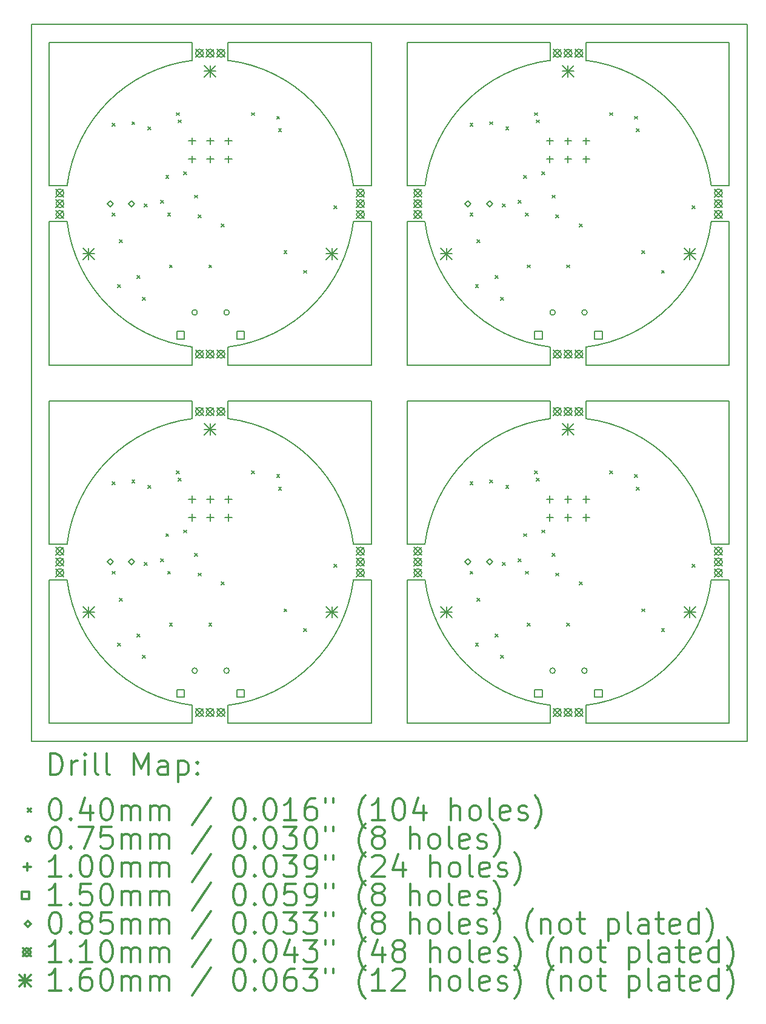
<source format=gbr>
%FSLAX45Y45*%
G04 Gerber Fmt 4.5, Leading zero omitted, Abs format (unit mm)*
G04 Created by KiCad (PCBNEW 4.0.7) date 2017 November 13, Monday 18:48:11*
%MOMM*%
%LPD*%
G01*
G04 APERTURE LIST*
%ADD10C,0.127000*%
%ADD11C,0.150000*%
%ADD12C,0.200000*%
%ADD13C,0.300000*%
G04 APERTURE END LIST*
D10*
D11*
X19750000Y-15500000D02*
X19750000Y-15750000D01*
X14750000Y-15500000D02*
X14750000Y-15750000D01*
X19750000Y-10500000D02*
X19750000Y-10750000D01*
X17500000Y-13750000D02*
X17250000Y-13750000D01*
X12500000Y-13750000D02*
X12250000Y-13750000D01*
X17500000Y-8750000D02*
X17250000Y-8750000D01*
X17500000Y-13750000D02*
G75*
G03X19250000Y-15500000I2000000J250000D01*
G01*
X12500000Y-13750000D02*
G75*
G03X14250000Y-15500000I2000000J250000D01*
G01*
X17500000Y-8750000D02*
G75*
G03X19250000Y-10500000I2000000J250000D01*
G01*
X19250000Y-15750000D02*
X17250000Y-15750000D01*
X14250000Y-15750000D02*
X12250000Y-15750000D01*
X19250000Y-10750000D02*
X17250000Y-10750000D01*
X19250000Y-15500000D02*
X19250000Y-15750000D01*
X14250000Y-15500000D02*
X14250000Y-15750000D01*
X19250000Y-10500000D02*
X19250000Y-10750000D01*
X17250000Y-15750000D02*
X17250000Y-13750000D01*
X12250000Y-15750000D02*
X12250000Y-13750000D01*
X17250000Y-10750000D02*
X17250000Y-8750000D01*
X19750000Y-11250000D02*
X19750000Y-11500000D01*
X14750000Y-11250000D02*
X14750000Y-11500000D01*
X19750000Y-6250000D02*
X19750000Y-6500000D01*
X21750000Y-13250000D02*
X21500000Y-13250000D01*
X16750000Y-13250000D02*
X16500000Y-13250000D01*
X21750000Y-8250000D02*
X21500000Y-8250000D01*
X21750000Y-13250000D02*
X21750000Y-11250000D01*
X16750000Y-13250000D02*
X16750000Y-11250000D01*
X21750000Y-8250000D02*
X21750000Y-6250000D01*
X21500000Y-13250000D02*
G75*
G03X19750000Y-11500000I-2000000J-250000D01*
G01*
X16500000Y-13250000D02*
G75*
G03X14750000Y-11500000I-2000000J-250000D01*
G01*
X21500000Y-8250000D02*
G75*
G03X19750000Y-6500000I-2000000J-250000D01*
G01*
X19750000Y-11250000D02*
X21750000Y-11250000D01*
X14750000Y-11250000D02*
X16750000Y-11250000D01*
X19750000Y-6250000D02*
X21750000Y-6250000D01*
X21750000Y-15750000D02*
X19750000Y-15750000D01*
X16750000Y-15750000D02*
X14750000Y-15750000D01*
X21750000Y-10750000D02*
X19750000Y-10750000D01*
X19750000Y-15500000D02*
G75*
G03X21500000Y-13750000I-250000J2000000D01*
G01*
X14750000Y-15500000D02*
G75*
G03X16500000Y-13750000I-250000J2000000D01*
G01*
X19750000Y-10500000D02*
G75*
G03X21500000Y-8750000I-250000J2000000D01*
G01*
X21750000Y-13750000D02*
X21750000Y-15750000D01*
X16750000Y-13750000D02*
X16750000Y-15750000D01*
X21750000Y-8750000D02*
X21750000Y-10750000D01*
X21500000Y-13750000D02*
X21750000Y-13750000D01*
X16500000Y-13750000D02*
X16750000Y-13750000D01*
X21500000Y-8750000D02*
X21750000Y-8750000D01*
X17250000Y-13250000D02*
X17250000Y-11250000D01*
X12250000Y-13250000D02*
X12250000Y-11250000D01*
X17250000Y-8250000D02*
X17250000Y-6250000D01*
X17250000Y-11250000D02*
X19250000Y-11250000D01*
X12250000Y-11250000D02*
X14250000Y-11250000D01*
X17250000Y-6250000D02*
X19250000Y-6250000D01*
X19250000Y-11250000D02*
X19250000Y-11500000D01*
X14250000Y-11250000D02*
X14250000Y-11500000D01*
X19250000Y-6250000D02*
X19250000Y-6500000D01*
X19250000Y-11500000D02*
G75*
G03X17500000Y-13250000I250000J-2000000D01*
G01*
X14250000Y-11500000D02*
G75*
G03X12500000Y-13250000I250000J-2000000D01*
G01*
X19250000Y-6500000D02*
G75*
G03X17500000Y-8250000I250000J-2000000D01*
G01*
X17500000Y-13250000D02*
X17250000Y-13250000D01*
X12500000Y-13250000D02*
X12250000Y-13250000D01*
X17500000Y-8250000D02*
X17250000Y-8250000D01*
X12500000Y-8750000D02*
G75*
G03X14250000Y-10500000I2000000J250000D01*
G01*
X16500000Y-8250000D02*
G75*
G03X14750000Y-6500000I-2000000J-250000D01*
G01*
X14750000Y-10500000D02*
G75*
G03X16500000Y-8750000I-250000J2000000D01*
G01*
X12250000Y-10750000D02*
X12250000Y-8750000D01*
X14750000Y-6250000D02*
X16750000Y-6250000D01*
X14750000Y-10500000D02*
X14750000Y-10750000D01*
X14250000Y-10500000D02*
X14250000Y-10750000D01*
X16500000Y-8750000D02*
X16750000Y-8750000D01*
X16750000Y-8750000D02*
X16750000Y-10750000D01*
X16750000Y-8250000D02*
X16750000Y-6250000D01*
X16750000Y-8250000D02*
X16500000Y-8250000D01*
X16750000Y-10750000D02*
X14750000Y-10750000D01*
X14250000Y-10750000D02*
X12250000Y-10750000D01*
X12250000Y-8250000D02*
X12250000Y-6250000D01*
X12250000Y-6250000D02*
X14250000Y-6250000D01*
X14250000Y-6500000D02*
G75*
G03X12500000Y-8250000I250000J-2000000D01*
G01*
X12500000Y-8750000D02*
X12250000Y-8750000D01*
X12500000Y-8250000D02*
X12250000Y-8250000D01*
X14250000Y-6250000D02*
X14250000Y-6500000D01*
X14750000Y-6250000D02*
X14750000Y-6500000D01*
X12000000Y-16000000D02*
X12000000Y-6000000D01*
X22000000Y-16000000D02*
X12000000Y-16000000D01*
X22000000Y-6000000D02*
X22000000Y-16000000D01*
X12000000Y-6000000D02*
X22000000Y-6000000D01*
D12*
X13130000Y-7380000D02*
X13170000Y-7420000D01*
X13170000Y-7380000D02*
X13130000Y-7420000D01*
X13130000Y-8630000D02*
X13170000Y-8670000D01*
X13170000Y-8630000D02*
X13130000Y-8670000D01*
X13130000Y-12380000D02*
X13170000Y-12420000D01*
X13170000Y-12380000D02*
X13130000Y-12420000D01*
X13130000Y-13630000D02*
X13170000Y-13670000D01*
X13170000Y-13630000D02*
X13130000Y-13670000D01*
X13205000Y-9630000D02*
X13245000Y-9670000D01*
X13245000Y-9630000D02*
X13205000Y-9670000D01*
X13205000Y-14630000D02*
X13245000Y-14670000D01*
X13245000Y-14630000D02*
X13205000Y-14670000D01*
X13230000Y-9005000D02*
X13270000Y-9045000D01*
X13270000Y-9005000D02*
X13230000Y-9045000D01*
X13230000Y-14005000D02*
X13270000Y-14045000D01*
X13270000Y-14005000D02*
X13230000Y-14045000D01*
X13405000Y-7355000D02*
X13445000Y-7395000D01*
X13445000Y-7355000D02*
X13405000Y-7395000D01*
X13405000Y-12355000D02*
X13445000Y-12395000D01*
X13445000Y-12355000D02*
X13405000Y-12395000D01*
X13480000Y-9505000D02*
X13520000Y-9545000D01*
X13520000Y-9505000D02*
X13480000Y-9545000D01*
X13480000Y-14505000D02*
X13520000Y-14545000D01*
X13520000Y-14505000D02*
X13480000Y-14545000D01*
X13555000Y-9805000D02*
X13595000Y-9845000D01*
X13595000Y-9805000D02*
X13555000Y-9845000D01*
X13555000Y-14805000D02*
X13595000Y-14845000D01*
X13595000Y-14805000D02*
X13555000Y-14845000D01*
X13580000Y-8505000D02*
X13620000Y-8545000D01*
X13620000Y-8505000D02*
X13580000Y-8545000D01*
X13580000Y-13505000D02*
X13620000Y-13545000D01*
X13620000Y-13505000D02*
X13580000Y-13545000D01*
X13630000Y-7430000D02*
X13670000Y-7470000D01*
X13670000Y-7430000D02*
X13630000Y-7470000D01*
X13630000Y-12430000D02*
X13670000Y-12470000D01*
X13670000Y-12430000D02*
X13630000Y-12470000D01*
X13805000Y-8455000D02*
X13845000Y-8495000D01*
X13845000Y-8455000D02*
X13805000Y-8495000D01*
X13805000Y-13455000D02*
X13845000Y-13495000D01*
X13845000Y-13455000D02*
X13805000Y-13495000D01*
X13880000Y-8105000D02*
X13920000Y-8145000D01*
X13920000Y-8105000D02*
X13880000Y-8145000D01*
X13880000Y-13105000D02*
X13920000Y-13145000D01*
X13920000Y-13105000D02*
X13880000Y-13145000D01*
X13905000Y-8630000D02*
X13945000Y-8670000D01*
X13945000Y-8630000D02*
X13905000Y-8670000D01*
X13905000Y-13630000D02*
X13945000Y-13670000D01*
X13945000Y-13630000D02*
X13905000Y-13670000D01*
X13930000Y-9355000D02*
X13970000Y-9395000D01*
X13970000Y-9355000D02*
X13930000Y-9395000D01*
X13930000Y-14355000D02*
X13970000Y-14395000D01*
X13970000Y-14355000D02*
X13930000Y-14395000D01*
X14030000Y-7230000D02*
X14070000Y-7270000D01*
X14070000Y-7230000D02*
X14030000Y-7270000D01*
X14030000Y-12230000D02*
X14070000Y-12270000D01*
X14070000Y-12230000D02*
X14030000Y-12270000D01*
X14055000Y-7330000D02*
X14095000Y-7370000D01*
X14095000Y-7330000D02*
X14055000Y-7370000D01*
X14055000Y-12330000D02*
X14095000Y-12370000D01*
X14095000Y-12330000D02*
X14055000Y-12370000D01*
X14130000Y-8055000D02*
X14170000Y-8095000D01*
X14170000Y-8055000D02*
X14130000Y-8095000D01*
X14130000Y-13055000D02*
X14170000Y-13095000D01*
X14170000Y-13055000D02*
X14130000Y-13095000D01*
X14280000Y-8380000D02*
X14320000Y-8420000D01*
X14320000Y-8380000D02*
X14280000Y-8420000D01*
X14280000Y-13380000D02*
X14320000Y-13420000D01*
X14320000Y-13380000D02*
X14280000Y-13420000D01*
X14330000Y-8655000D02*
X14370000Y-8695000D01*
X14370000Y-8655000D02*
X14330000Y-8695000D01*
X14330000Y-13655000D02*
X14370000Y-13695000D01*
X14370000Y-13655000D02*
X14330000Y-13695000D01*
X14480000Y-9355000D02*
X14520000Y-9395000D01*
X14520000Y-9355000D02*
X14480000Y-9395000D01*
X14480000Y-14355000D02*
X14520000Y-14395000D01*
X14520000Y-14355000D02*
X14480000Y-14395000D01*
X14655000Y-8780000D02*
X14695000Y-8820000D01*
X14695000Y-8780000D02*
X14655000Y-8820000D01*
X14655000Y-13780000D02*
X14695000Y-13820000D01*
X14695000Y-13780000D02*
X14655000Y-13820000D01*
X15080000Y-7230000D02*
X15120000Y-7270000D01*
X15120000Y-7230000D02*
X15080000Y-7270000D01*
X15080000Y-12230000D02*
X15120000Y-12270000D01*
X15120000Y-12230000D02*
X15080000Y-12270000D01*
X15430000Y-7280000D02*
X15470000Y-7320000D01*
X15470000Y-7280000D02*
X15430000Y-7320000D01*
X15430000Y-12280000D02*
X15470000Y-12320000D01*
X15470000Y-12280000D02*
X15430000Y-12320000D01*
X15455000Y-7455000D02*
X15495000Y-7495000D01*
X15495000Y-7455000D02*
X15455000Y-7495000D01*
X15455000Y-12455000D02*
X15495000Y-12495000D01*
X15495000Y-12455000D02*
X15455000Y-12495000D01*
X15530000Y-9155000D02*
X15570000Y-9195000D01*
X15570000Y-9155000D02*
X15530000Y-9195000D01*
X15530000Y-14155000D02*
X15570000Y-14195000D01*
X15570000Y-14155000D02*
X15530000Y-14195000D01*
X15805000Y-9430000D02*
X15845000Y-9470000D01*
X15845000Y-9430000D02*
X15805000Y-9470000D01*
X15805000Y-14430000D02*
X15845000Y-14470000D01*
X15845000Y-14430000D02*
X15805000Y-14470000D01*
X16230000Y-8530000D02*
X16270000Y-8570000D01*
X16270000Y-8530000D02*
X16230000Y-8570000D01*
X16230000Y-13530000D02*
X16270000Y-13570000D01*
X16270000Y-13530000D02*
X16230000Y-13570000D01*
X18130000Y-7380000D02*
X18170000Y-7420000D01*
X18170000Y-7380000D02*
X18130000Y-7420000D01*
X18130000Y-8630000D02*
X18170000Y-8670000D01*
X18170000Y-8630000D02*
X18130000Y-8670000D01*
X18130000Y-12380000D02*
X18170000Y-12420000D01*
X18170000Y-12380000D02*
X18130000Y-12420000D01*
X18130000Y-13630000D02*
X18170000Y-13670000D01*
X18170000Y-13630000D02*
X18130000Y-13670000D01*
X18205000Y-9630000D02*
X18245000Y-9670000D01*
X18245000Y-9630000D02*
X18205000Y-9670000D01*
X18205000Y-14630000D02*
X18245000Y-14670000D01*
X18245000Y-14630000D02*
X18205000Y-14670000D01*
X18230000Y-9005000D02*
X18270000Y-9045000D01*
X18270000Y-9005000D02*
X18230000Y-9045000D01*
X18230000Y-14005000D02*
X18270000Y-14045000D01*
X18270000Y-14005000D02*
X18230000Y-14045000D01*
X18405000Y-7355000D02*
X18445000Y-7395000D01*
X18445000Y-7355000D02*
X18405000Y-7395000D01*
X18405000Y-12355000D02*
X18445000Y-12395000D01*
X18445000Y-12355000D02*
X18405000Y-12395000D01*
X18480000Y-9505000D02*
X18520000Y-9545000D01*
X18520000Y-9505000D02*
X18480000Y-9545000D01*
X18480000Y-14505000D02*
X18520000Y-14545000D01*
X18520000Y-14505000D02*
X18480000Y-14545000D01*
X18555000Y-9805000D02*
X18595000Y-9845000D01*
X18595000Y-9805000D02*
X18555000Y-9845000D01*
X18555000Y-14805000D02*
X18595000Y-14845000D01*
X18595000Y-14805000D02*
X18555000Y-14845000D01*
X18580000Y-8505000D02*
X18620000Y-8545000D01*
X18620000Y-8505000D02*
X18580000Y-8545000D01*
X18580000Y-13505000D02*
X18620000Y-13545000D01*
X18620000Y-13505000D02*
X18580000Y-13545000D01*
X18630000Y-7430000D02*
X18670000Y-7470000D01*
X18670000Y-7430000D02*
X18630000Y-7470000D01*
X18630000Y-12430000D02*
X18670000Y-12470000D01*
X18670000Y-12430000D02*
X18630000Y-12470000D01*
X18805000Y-8455000D02*
X18845000Y-8495000D01*
X18845000Y-8455000D02*
X18805000Y-8495000D01*
X18805000Y-13455000D02*
X18845000Y-13495000D01*
X18845000Y-13455000D02*
X18805000Y-13495000D01*
X18880000Y-8105000D02*
X18920000Y-8145000D01*
X18920000Y-8105000D02*
X18880000Y-8145000D01*
X18880000Y-13105000D02*
X18920000Y-13145000D01*
X18920000Y-13105000D02*
X18880000Y-13145000D01*
X18905000Y-8630000D02*
X18945000Y-8670000D01*
X18945000Y-8630000D02*
X18905000Y-8670000D01*
X18905000Y-13630000D02*
X18945000Y-13670000D01*
X18945000Y-13630000D02*
X18905000Y-13670000D01*
X18930000Y-9355000D02*
X18970000Y-9395000D01*
X18970000Y-9355000D02*
X18930000Y-9395000D01*
X18930000Y-14355000D02*
X18970000Y-14395000D01*
X18970000Y-14355000D02*
X18930000Y-14395000D01*
X19030000Y-7230000D02*
X19070000Y-7270000D01*
X19070000Y-7230000D02*
X19030000Y-7270000D01*
X19030000Y-12230000D02*
X19070000Y-12270000D01*
X19070000Y-12230000D02*
X19030000Y-12270000D01*
X19055000Y-7330000D02*
X19095000Y-7370000D01*
X19095000Y-7330000D02*
X19055000Y-7370000D01*
X19055000Y-12330000D02*
X19095000Y-12370000D01*
X19095000Y-12330000D02*
X19055000Y-12370000D01*
X19130000Y-8055000D02*
X19170000Y-8095000D01*
X19170000Y-8055000D02*
X19130000Y-8095000D01*
X19130000Y-13055000D02*
X19170000Y-13095000D01*
X19170000Y-13055000D02*
X19130000Y-13095000D01*
X19280000Y-8380000D02*
X19320000Y-8420000D01*
X19320000Y-8380000D02*
X19280000Y-8420000D01*
X19280000Y-13380000D02*
X19320000Y-13420000D01*
X19320000Y-13380000D02*
X19280000Y-13420000D01*
X19330000Y-8655000D02*
X19370000Y-8695000D01*
X19370000Y-8655000D02*
X19330000Y-8695000D01*
X19330000Y-13655000D02*
X19370000Y-13695000D01*
X19370000Y-13655000D02*
X19330000Y-13695000D01*
X19480000Y-9355000D02*
X19520000Y-9395000D01*
X19520000Y-9355000D02*
X19480000Y-9395000D01*
X19480000Y-14355000D02*
X19520000Y-14395000D01*
X19520000Y-14355000D02*
X19480000Y-14395000D01*
X19655000Y-8780000D02*
X19695000Y-8820000D01*
X19695000Y-8780000D02*
X19655000Y-8820000D01*
X19655000Y-13780000D02*
X19695000Y-13820000D01*
X19695000Y-13780000D02*
X19655000Y-13820000D01*
X20080000Y-7230000D02*
X20120000Y-7270000D01*
X20120000Y-7230000D02*
X20080000Y-7270000D01*
X20080000Y-12230000D02*
X20120000Y-12270000D01*
X20120000Y-12230000D02*
X20080000Y-12270000D01*
X20430000Y-7280000D02*
X20470000Y-7320000D01*
X20470000Y-7280000D02*
X20430000Y-7320000D01*
X20430000Y-12280000D02*
X20470000Y-12320000D01*
X20470000Y-12280000D02*
X20430000Y-12320000D01*
X20455000Y-7455000D02*
X20495000Y-7495000D01*
X20495000Y-7455000D02*
X20455000Y-7495000D01*
X20455000Y-12455000D02*
X20495000Y-12495000D01*
X20495000Y-12455000D02*
X20455000Y-12495000D01*
X20530000Y-9155000D02*
X20570000Y-9195000D01*
X20570000Y-9155000D02*
X20530000Y-9195000D01*
X20530000Y-14155000D02*
X20570000Y-14195000D01*
X20570000Y-14155000D02*
X20530000Y-14195000D01*
X20805000Y-9430000D02*
X20845000Y-9470000D01*
X20845000Y-9430000D02*
X20805000Y-9470000D01*
X20805000Y-14430000D02*
X20845000Y-14470000D01*
X20845000Y-14430000D02*
X20805000Y-14470000D01*
X21230000Y-8530000D02*
X21270000Y-8570000D01*
X21270000Y-8530000D02*
X21230000Y-8570000D01*
X21230000Y-13530000D02*
X21270000Y-13570000D01*
X21270000Y-13530000D02*
X21230000Y-13570000D01*
X14320009Y-10017488D02*
G75*
G03X14320009Y-10017488I-37465J0D01*
G01*
X14320009Y-15017488D02*
G75*
G03X14320009Y-15017488I-37465J0D01*
G01*
X14765017Y-10017488D02*
G75*
G03X14765017Y-10017488I-37465J0D01*
G01*
X14765017Y-15017488D02*
G75*
G03X14765017Y-15017488I-37465J0D01*
G01*
X19320009Y-10017488D02*
G75*
G03X19320009Y-10017488I-37465J0D01*
G01*
X19320009Y-15017488D02*
G75*
G03X19320009Y-15017488I-37465J0D01*
G01*
X19765017Y-10017488D02*
G75*
G03X19765017Y-10017488I-37465J0D01*
G01*
X19765017Y-15017488D02*
G75*
G03X19765017Y-15017488I-37465J0D01*
G01*
X14246000Y-7575000D02*
X14246000Y-7675000D01*
X14196000Y-7625000D02*
X14296000Y-7625000D01*
X14246000Y-7829000D02*
X14246000Y-7929000D01*
X14196000Y-7879000D02*
X14296000Y-7879000D01*
X14246000Y-12575000D02*
X14246000Y-12675000D01*
X14196000Y-12625000D02*
X14296000Y-12625000D01*
X14246000Y-12829000D02*
X14246000Y-12929000D01*
X14196000Y-12879000D02*
X14296000Y-12879000D01*
X14500000Y-7575000D02*
X14500000Y-7675000D01*
X14450000Y-7625000D02*
X14550000Y-7625000D01*
X14500000Y-7829000D02*
X14500000Y-7929000D01*
X14450000Y-7879000D02*
X14550000Y-7879000D01*
X14500000Y-12575000D02*
X14500000Y-12675000D01*
X14450000Y-12625000D02*
X14550000Y-12625000D01*
X14500000Y-12829000D02*
X14500000Y-12929000D01*
X14450000Y-12879000D02*
X14550000Y-12879000D01*
X14754000Y-7575000D02*
X14754000Y-7675000D01*
X14704000Y-7625000D02*
X14804000Y-7625000D01*
X14754000Y-7829000D02*
X14754000Y-7929000D01*
X14704000Y-7879000D02*
X14804000Y-7879000D01*
X14754000Y-12575000D02*
X14754000Y-12675000D01*
X14704000Y-12625000D02*
X14804000Y-12625000D01*
X14754000Y-12829000D02*
X14754000Y-12929000D01*
X14704000Y-12879000D02*
X14804000Y-12879000D01*
X19246000Y-7575000D02*
X19246000Y-7675000D01*
X19196000Y-7625000D02*
X19296000Y-7625000D01*
X19246000Y-7829000D02*
X19246000Y-7929000D01*
X19196000Y-7879000D02*
X19296000Y-7879000D01*
X19246000Y-12575000D02*
X19246000Y-12675000D01*
X19196000Y-12625000D02*
X19296000Y-12625000D01*
X19246000Y-12829000D02*
X19246000Y-12929000D01*
X19196000Y-12879000D02*
X19296000Y-12879000D01*
X19500000Y-7575000D02*
X19500000Y-7675000D01*
X19450000Y-7625000D02*
X19550000Y-7625000D01*
X19500000Y-7829000D02*
X19500000Y-7929000D01*
X19450000Y-7879000D02*
X19550000Y-7879000D01*
X19500000Y-12575000D02*
X19500000Y-12675000D01*
X19450000Y-12625000D02*
X19550000Y-12625000D01*
X19500000Y-12829000D02*
X19500000Y-12929000D01*
X19450000Y-12879000D02*
X19550000Y-12879000D01*
X19754000Y-7575000D02*
X19754000Y-7675000D01*
X19704000Y-7625000D02*
X19804000Y-7625000D01*
X19754000Y-7829000D02*
X19754000Y-7929000D01*
X19704000Y-7879000D02*
X19804000Y-7879000D01*
X19754000Y-12575000D02*
X19754000Y-12675000D01*
X19704000Y-12625000D02*
X19804000Y-12625000D01*
X19754000Y-12829000D02*
X19754000Y-12929000D01*
X19704000Y-12879000D02*
X19804000Y-12879000D01*
X14139276Y-10388570D02*
X14139276Y-10282422D01*
X14033128Y-10282422D01*
X14033128Y-10388570D01*
X14139276Y-10388570D01*
X14139276Y-15388570D02*
X14139276Y-15282422D01*
X14033128Y-15282422D01*
X14033128Y-15388570D01*
X14139276Y-15388570D01*
X14976968Y-10388570D02*
X14976968Y-10282422D01*
X14870820Y-10282422D01*
X14870820Y-10388570D01*
X14976968Y-10388570D01*
X14976968Y-15388570D02*
X14976968Y-15282422D01*
X14870820Y-15282422D01*
X14870820Y-15388570D01*
X14976968Y-15388570D01*
X19139276Y-10388570D02*
X19139276Y-10282422D01*
X19033128Y-10282422D01*
X19033128Y-10388570D01*
X19139276Y-10388570D01*
X19139276Y-15388570D02*
X19139276Y-15282422D01*
X19033128Y-15282422D01*
X19033128Y-15388570D01*
X19139276Y-15388570D01*
X19976968Y-10388570D02*
X19976968Y-10282422D01*
X19870820Y-10282422D01*
X19870820Y-10388570D01*
X19976968Y-10388570D01*
X19976968Y-15388570D02*
X19976968Y-15282422D01*
X19870820Y-15282422D01*
X19870820Y-15388570D01*
X19976968Y-15388570D01*
X13100000Y-8542500D02*
X13142500Y-8500000D01*
X13100000Y-8457500D01*
X13057500Y-8500000D01*
X13100000Y-8542500D01*
X13100000Y-13542500D02*
X13142500Y-13500000D01*
X13100000Y-13457500D01*
X13057500Y-13500000D01*
X13100000Y-13542500D01*
X13400000Y-8542500D02*
X13442500Y-8500000D01*
X13400000Y-8457500D01*
X13357500Y-8500000D01*
X13400000Y-8542500D01*
X13400000Y-13542500D02*
X13442500Y-13500000D01*
X13400000Y-13457500D01*
X13357500Y-13500000D01*
X13400000Y-13542500D01*
X18100000Y-8542500D02*
X18142500Y-8500000D01*
X18100000Y-8457500D01*
X18057500Y-8500000D01*
X18100000Y-8542500D01*
X18100000Y-13542500D02*
X18142500Y-13500000D01*
X18100000Y-13457500D01*
X18057500Y-13500000D01*
X18100000Y-13542500D01*
X18400000Y-8542500D02*
X18442500Y-8500000D01*
X18400000Y-8457500D01*
X18357500Y-8500000D01*
X18400000Y-8542500D01*
X18400000Y-13542500D02*
X18442500Y-13500000D01*
X18400000Y-13457500D01*
X18357500Y-13500000D01*
X18400000Y-13542500D01*
X12345000Y-8295000D02*
X12455000Y-8405000D01*
X12455000Y-8295000D02*
X12345000Y-8405000D01*
X12455000Y-8350000D02*
G75*
G03X12455000Y-8350000I-55000J0D01*
G01*
X12345000Y-8445000D02*
X12455000Y-8555000D01*
X12455000Y-8445000D02*
X12345000Y-8555000D01*
X12455000Y-8500000D02*
G75*
G03X12455000Y-8500000I-55000J0D01*
G01*
X12345000Y-8595000D02*
X12455000Y-8705000D01*
X12455000Y-8595000D02*
X12345000Y-8705000D01*
X12455000Y-8650000D02*
G75*
G03X12455000Y-8650000I-55000J0D01*
G01*
X12345000Y-13295000D02*
X12455000Y-13405000D01*
X12455000Y-13295000D02*
X12345000Y-13405000D01*
X12455000Y-13350000D02*
G75*
G03X12455000Y-13350000I-55000J0D01*
G01*
X12345000Y-13445000D02*
X12455000Y-13555000D01*
X12455000Y-13445000D02*
X12345000Y-13555000D01*
X12455000Y-13500000D02*
G75*
G03X12455000Y-13500000I-55000J0D01*
G01*
X12345000Y-13595000D02*
X12455000Y-13705000D01*
X12455000Y-13595000D02*
X12345000Y-13705000D01*
X12455000Y-13650000D02*
G75*
G03X12455000Y-13650000I-55000J0D01*
G01*
X14295000Y-6345000D02*
X14405000Y-6455000D01*
X14405000Y-6345000D02*
X14295000Y-6455000D01*
X14405000Y-6400000D02*
G75*
G03X14405000Y-6400000I-55000J0D01*
G01*
X14295000Y-10545000D02*
X14405000Y-10655000D01*
X14405000Y-10545000D02*
X14295000Y-10655000D01*
X14405000Y-10600000D02*
G75*
G03X14405000Y-10600000I-55000J0D01*
G01*
X14295000Y-11345000D02*
X14405000Y-11455000D01*
X14405000Y-11345000D02*
X14295000Y-11455000D01*
X14405000Y-11400000D02*
G75*
G03X14405000Y-11400000I-55000J0D01*
G01*
X14295000Y-15545000D02*
X14405000Y-15655000D01*
X14405000Y-15545000D02*
X14295000Y-15655000D01*
X14405000Y-15600000D02*
G75*
G03X14405000Y-15600000I-55000J0D01*
G01*
X14445000Y-6345000D02*
X14555000Y-6455000D01*
X14555000Y-6345000D02*
X14445000Y-6455000D01*
X14555000Y-6400000D02*
G75*
G03X14555000Y-6400000I-55000J0D01*
G01*
X14445000Y-10545000D02*
X14555000Y-10655000D01*
X14555000Y-10545000D02*
X14445000Y-10655000D01*
X14555000Y-10600000D02*
G75*
G03X14555000Y-10600000I-55000J0D01*
G01*
X14445000Y-11345000D02*
X14555000Y-11455000D01*
X14555000Y-11345000D02*
X14445000Y-11455000D01*
X14555000Y-11400000D02*
G75*
G03X14555000Y-11400000I-55000J0D01*
G01*
X14445000Y-15545000D02*
X14555000Y-15655000D01*
X14555000Y-15545000D02*
X14445000Y-15655000D01*
X14555000Y-15600000D02*
G75*
G03X14555000Y-15600000I-55000J0D01*
G01*
X14595000Y-6345000D02*
X14705000Y-6455000D01*
X14705000Y-6345000D02*
X14595000Y-6455000D01*
X14705000Y-6400000D02*
G75*
G03X14705000Y-6400000I-55000J0D01*
G01*
X14595000Y-10545000D02*
X14705000Y-10655000D01*
X14705000Y-10545000D02*
X14595000Y-10655000D01*
X14705000Y-10600000D02*
G75*
G03X14705000Y-10600000I-55000J0D01*
G01*
X14595000Y-11345000D02*
X14705000Y-11455000D01*
X14705000Y-11345000D02*
X14595000Y-11455000D01*
X14705000Y-11400000D02*
G75*
G03X14705000Y-11400000I-55000J0D01*
G01*
X14595000Y-15545000D02*
X14705000Y-15655000D01*
X14705000Y-15545000D02*
X14595000Y-15655000D01*
X14705000Y-15600000D02*
G75*
G03X14705000Y-15600000I-55000J0D01*
G01*
X16545000Y-8295000D02*
X16655000Y-8405000D01*
X16655000Y-8295000D02*
X16545000Y-8405000D01*
X16655000Y-8350000D02*
G75*
G03X16655000Y-8350000I-55000J0D01*
G01*
X16545000Y-8445000D02*
X16655000Y-8555000D01*
X16655000Y-8445000D02*
X16545000Y-8555000D01*
X16655000Y-8500000D02*
G75*
G03X16655000Y-8500000I-55000J0D01*
G01*
X16545000Y-8595000D02*
X16655000Y-8705000D01*
X16655000Y-8595000D02*
X16545000Y-8705000D01*
X16655000Y-8650000D02*
G75*
G03X16655000Y-8650000I-55000J0D01*
G01*
X16545000Y-13295000D02*
X16655000Y-13405000D01*
X16655000Y-13295000D02*
X16545000Y-13405000D01*
X16655000Y-13350000D02*
G75*
G03X16655000Y-13350000I-55000J0D01*
G01*
X16545000Y-13445000D02*
X16655000Y-13555000D01*
X16655000Y-13445000D02*
X16545000Y-13555000D01*
X16655000Y-13500000D02*
G75*
G03X16655000Y-13500000I-55000J0D01*
G01*
X16545000Y-13595000D02*
X16655000Y-13705000D01*
X16655000Y-13595000D02*
X16545000Y-13705000D01*
X16655000Y-13650000D02*
G75*
G03X16655000Y-13650000I-55000J0D01*
G01*
X17345000Y-8295000D02*
X17455000Y-8405000D01*
X17455000Y-8295000D02*
X17345000Y-8405000D01*
X17455000Y-8350000D02*
G75*
G03X17455000Y-8350000I-55000J0D01*
G01*
X17345000Y-8445000D02*
X17455000Y-8555000D01*
X17455000Y-8445000D02*
X17345000Y-8555000D01*
X17455000Y-8500000D02*
G75*
G03X17455000Y-8500000I-55000J0D01*
G01*
X17345000Y-8595000D02*
X17455000Y-8705000D01*
X17455000Y-8595000D02*
X17345000Y-8705000D01*
X17455000Y-8650000D02*
G75*
G03X17455000Y-8650000I-55000J0D01*
G01*
X17345000Y-13295000D02*
X17455000Y-13405000D01*
X17455000Y-13295000D02*
X17345000Y-13405000D01*
X17455000Y-13350000D02*
G75*
G03X17455000Y-13350000I-55000J0D01*
G01*
X17345000Y-13445000D02*
X17455000Y-13555000D01*
X17455000Y-13445000D02*
X17345000Y-13555000D01*
X17455000Y-13500000D02*
G75*
G03X17455000Y-13500000I-55000J0D01*
G01*
X17345000Y-13595000D02*
X17455000Y-13705000D01*
X17455000Y-13595000D02*
X17345000Y-13705000D01*
X17455000Y-13650000D02*
G75*
G03X17455000Y-13650000I-55000J0D01*
G01*
X19295000Y-6345000D02*
X19405000Y-6455000D01*
X19405000Y-6345000D02*
X19295000Y-6455000D01*
X19405000Y-6400000D02*
G75*
G03X19405000Y-6400000I-55000J0D01*
G01*
X19295000Y-10545000D02*
X19405000Y-10655000D01*
X19405000Y-10545000D02*
X19295000Y-10655000D01*
X19405000Y-10600000D02*
G75*
G03X19405000Y-10600000I-55000J0D01*
G01*
X19295000Y-11345000D02*
X19405000Y-11455000D01*
X19405000Y-11345000D02*
X19295000Y-11455000D01*
X19405000Y-11400000D02*
G75*
G03X19405000Y-11400000I-55000J0D01*
G01*
X19295000Y-15545000D02*
X19405000Y-15655000D01*
X19405000Y-15545000D02*
X19295000Y-15655000D01*
X19405000Y-15600000D02*
G75*
G03X19405000Y-15600000I-55000J0D01*
G01*
X19445000Y-6345000D02*
X19555000Y-6455000D01*
X19555000Y-6345000D02*
X19445000Y-6455000D01*
X19555000Y-6400000D02*
G75*
G03X19555000Y-6400000I-55000J0D01*
G01*
X19445000Y-10545000D02*
X19555000Y-10655000D01*
X19555000Y-10545000D02*
X19445000Y-10655000D01*
X19555000Y-10600000D02*
G75*
G03X19555000Y-10600000I-55000J0D01*
G01*
X19445000Y-11345000D02*
X19555000Y-11455000D01*
X19555000Y-11345000D02*
X19445000Y-11455000D01*
X19555000Y-11400000D02*
G75*
G03X19555000Y-11400000I-55000J0D01*
G01*
X19445000Y-15545000D02*
X19555000Y-15655000D01*
X19555000Y-15545000D02*
X19445000Y-15655000D01*
X19555000Y-15600000D02*
G75*
G03X19555000Y-15600000I-55000J0D01*
G01*
X19595000Y-6345000D02*
X19705000Y-6455000D01*
X19705000Y-6345000D02*
X19595000Y-6455000D01*
X19705000Y-6400000D02*
G75*
G03X19705000Y-6400000I-55000J0D01*
G01*
X19595000Y-10545000D02*
X19705000Y-10655000D01*
X19705000Y-10545000D02*
X19595000Y-10655000D01*
X19705000Y-10600000D02*
G75*
G03X19705000Y-10600000I-55000J0D01*
G01*
X19595000Y-11345000D02*
X19705000Y-11455000D01*
X19705000Y-11345000D02*
X19595000Y-11455000D01*
X19705000Y-11400000D02*
G75*
G03X19705000Y-11400000I-55000J0D01*
G01*
X19595000Y-15545000D02*
X19705000Y-15655000D01*
X19705000Y-15545000D02*
X19595000Y-15655000D01*
X19705000Y-15600000D02*
G75*
G03X19705000Y-15600000I-55000J0D01*
G01*
X21545000Y-8295000D02*
X21655000Y-8405000D01*
X21655000Y-8295000D02*
X21545000Y-8405000D01*
X21655000Y-8350000D02*
G75*
G03X21655000Y-8350000I-55000J0D01*
G01*
X21545000Y-8445000D02*
X21655000Y-8555000D01*
X21655000Y-8445000D02*
X21545000Y-8555000D01*
X21655000Y-8500000D02*
G75*
G03X21655000Y-8500000I-55000J0D01*
G01*
X21545000Y-8595000D02*
X21655000Y-8705000D01*
X21655000Y-8595000D02*
X21545000Y-8705000D01*
X21655000Y-8650000D02*
G75*
G03X21655000Y-8650000I-55000J0D01*
G01*
X21545000Y-13295000D02*
X21655000Y-13405000D01*
X21655000Y-13295000D02*
X21545000Y-13405000D01*
X21655000Y-13350000D02*
G75*
G03X21655000Y-13350000I-55000J0D01*
G01*
X21545000Y-13445000D02*
X21655000Y-13555000D01*
X21655000Y-13445000D02*
X21545000Y-13555000D01*
X21655000Y-13500000D02*
G75*
G03X21655000Y-13500000I-55000J0D01*
G01*
X21545000Y-13595000D02*
X21655000Y-13705000D01*
X21655000Y-13595000D02*
X21545000Y-13705000D01*
X21655000Y-13650000D02*
G75*
G03X21655000Y-13650000I-55000J0D01*
G01*
X12720000Y-9120000D02*
X12880000Y-9280000D01*
X12880000Y-9120000D02*
X12720000Y-9280000D01*
X12800000Y-9120000D02*
X12800000Y-9280000D01*
X12720000Y-9200000D02*
X12880000Y-9200000D01*
X12720000Y-14120000D02*
X12880000Y-14280000D01*
X12880000Y-14120000D02*
X12720000Y-14280000D01*
X12800000Y-14120000D02*
X12800000Y-14280000D01*
X12720000Y-14200000D02*
X12880000Y-14200000D01*
X14420000Y-6570000D02*
X14580000Y-6730000D01*
X14580000Y-6570000D02*
X14420000Y-6730000D01*
X14500000Y-6570000D02*
X14500000Y-6730000D01*
X14420000Y-6650000D02*
X14580000Y-6650000D01*
X14420000Y-11570000D02*
X14580000Y-11730000D01*
X14580000Y-11570000D02*
X14420000Y-11730000D01*
X14500000Y-11570000D02*
X14500000Y-11730000D01*
X14420000Y-11650000D02*
X14580000Y-11650000D01*
X16120000Y-9120000D02*
X16280000Y-9280000D01*
X16280000Y-9120000D02*
X16120000Y-9280000D01*
X16200000Y-9120000D02*
X16200000Y-9280000D01*
X16120000Y-9200000D02*
X16280000Y-9200000D01*
X16120000Y-14120000D02*
X16280000Y-14280000D01*
X16280000Y-14120000D02*
X16120000Y-14280000D01*
X16200000Y-14120000D02*
X16200000Y-14280000D01*
X16120000Y-14200000D02*
X16280000Y-14200000D01*
X17720000Y-9120000D02*
X17880000Y-9280000D01*
X17880000Y-9120000D02*
X17720000Y-9280000D01*
X17800000Y-9120000D02*
X17800000Y-9280000D01*
X17720000Y-9200000D02*
X17880000Y-9200000D01*
X17720000Y-14120000D02*
X17880000Y-14280000D01*
X17880000Y-14120000D02*
X17720000Y-14280000D01*
X17800000Y-14120000D02*
X17800000Y-14280000D01*
X17720000Y-14200000D02*
X17880000Y-14200000D01*
X19420000Y-6570000D02*
X19580000Y-6730000D01*
X19580000Y-6570000D02*
X19420000Y-6730000D01*
X19500000Y-6570000D02*
X19500000Y-6730000D01*
X19420000Y-6650000D02*
X19580000Y-6650000D01*
X19420000Y-11570000D02*
X19580000Y-11730000D01*
X19580000Y-11570000D02*
X19420000Y-11730000D01*
X19500000Y-11570000D02*
X19500000Y-11730000D01*
X19420000Y-11650000D02*
X19580000Y-11650000D01*
X21120000Y-9120000D02*
X21280000Y-9280000D01*
X21280000Y-9120000D02*
X21120000Y-9280000D01*
X21200000Y-9120000D02*
X21200000Y-9280000D01*
X21120000Y-9200000D02*
X21280000Y-9200000D01*
X21120000Y-14120000D02*
X21280000Y-14280000D01*
X21280000Y-14120000D02*
X21120000Y-14280000D01*
X21200000Y-14120000D02*
X21200000Y-14280000D01*
X21120000Y-14200000D02*
X21280000Y-14200000D01*
D13*
X12263928Y-16473214D02*
X12263928Y-16173214D01*
X12335357Y-16173214D01*
X12378214Y-16187500D01*
X12406786Y-16216071D01*
X12421071Y-16244643D01*
X12435357Y-16301786D01*
X12435357Y-16344643D01*
X12421071Y-16401786D01*
X12406786Y-16430357D01*
X12378214Y-16458929D01*
X12335357Y-16473214D01*
X12263928Y-16473214D01*
X12563928Y-16473214D02*
X12563928Y-16273214D01*
X12563928Y-16330357D02*
X12578214Y-16301786D01*
X12592500Y-16287500D01*
X12621071Y-16273214D01*
X12649643Y-16273214D01*
X12749643Y-16473214D02*
X12749643Y-16273214D01*
X12749643Y-16173214D02*
X12735357Y-16187500D01*
X12749643Y-16201786D01*
X12763928Y-16187500D01*
X12749643Y-16173214D01*
X12749643Y-16201786D01*
X12935357Y-16473214D02*
X12906786Y-16458929D01*
X12892500Y-16430357D01*
X12892500Y-16173214D01*
X13092500Y-16473214D02*
X13063928Y-16458929D01*
X13049643Y-16430357D01*
X13049643Y-16173214D01*
X13435357Y-16473214D02*
X13435357Y-16173214D01*
X13535357Y-16387500D01*
X13635357Y-16173214D01*
X13635357Y-16473214D01*
X13906786Y-16473214D02*
X13906786Y-16316071D01*
X13892500Y-16287500D01*
X13863928Y-16273214D01*
X13806786Y-16273214D01*
X13778214Y-16287500D01*
X13906786Y-16458929D02*
X13878214Y-16473214D01*
X13806786Y-16473214D01*
X13778214Y-16458929D01*
X13763928Y-16430357D01*
X13763928Y-16401786D01*
X13778214Y-16373214D01*
X13806786Y-16358929D01*
X13878214Y-16358929D01*
X13906786Y-16344643D01*
X14049643Y-16273214D02*
X14049643Y-16573214D01*
X14049643Y-16287500D02*
X14078214Y-16273214D01*
X14135357Y-16273214D01*
X14163928Y-16287500D01*
X14178214Y-16301786D01*
X14192500Y-16330357D01*
X14192500Y-16416071D01*
X14178214Y-16444643D01*
X14163928Y-16458929D01*
X14135357Y-16473214D01*
X14078214Y-16473214D01*
X14049643Y-16458929D01*
X14321071Y-16444643D02*
X14335357Y-16458929D01*
X14321071Y-16473214D01*
X14306786Y-16458929D01*
X14321071Y-16444643D01*
X14321071Y-16473214D01*
X14321071Y-16287500D02*
X14335357Y-16301786D01*
X14321071Y-16316071D01*
X14306786Y-16301786D01*
X14321071Y-16287500D01*
X14321071Y-16316071D01*
X11952500Y-16947500D02*
X11992500Y-16987500D01*
X11992500Y-16947500D02*
X11952500Y-16987500D01*
X12321071Y-16803214D02*
X12349643Y-16803214D01*
X12378214Y-16817500D01*
X12392500Y-16831786D01*
X12406786Y-16860357D01*
X12421071Y-16917500D01*
X12421071Y-16988929D01*
X12406786Y-17046072D01*
X12392500Y-17074643D01*
X12378214Y-17088929D01*
X12349643Y-17103214D01*
X12321071Y-17103214D01*
X12292500Y-17088929D01*
X12278214Y-17074643D01*
X12263928Y-17046072D01*
X12249643Y-16988929D01*
X12249643Y-16917500D01*
X12263928Y-16860357D01*
X12278214Y-16831786D01*
X12292500Y-16817500D01*
X12321071Y-16803214D01*
X12549643Y-17074643D02*
X12563928Y-17088929D01*
X12549643Y-17103214D01*
X12535357Y-17088929D01*
X12549643Y-17074643D01*
X12549643Y-17103214D01*
X12821071Y-16903214D02*
X12821071Y-17103214D01*
X12749643Y-16788929D02*
X12678214Y-17003214D01*
X12863928Y-17003214D01*
X13035357Y-16803214D02*
X13063928Y-16803214D01*
X13092500Y-16817500D01*
X13106786Y-16831786D01*
X13121071Y-16860357D01*
X13135357Y-16917500D01*
X13135357Y-16988929D01*
X13121071Y-17046072D01*
X13106786Y-17074643D01*
X13092500Y-17088929D01*
X13063928Y-17103214D01*
X13035357Y-17103214D01*
X13006786Y-17088929D01*
X12992500Y-17074643D01*
X12978214Y-17046072D01*
X12963928Y-16988929D01*
X12963928Y-16917500D01*
X12978214Y-16860357D01*
X12992500Y-16831786D01*
X13006786Y-16817500D01*
X13035357Y-16803214D01*
X13263928Y-17103214D02*
X13263928Y-16903214D01*
X13263928Y-16931786D02*
X13278214Y-16917500D01*
X13306786Y-16903214D01*
X13349643Y-16903214D01*
X13378214Y-16917500D01*
X13392500Y-16946072D01*
X13392500Y-17103214D01*
X13392500Y-16946072D02*
X13406786Y-16917500D01*
X13435357Y-16903214D01*
X13478214Y-16903214D01*
X13506786Y-16917500D01*
X13521071Y-16946072D01*
X13521071Y-17103214D01*
X13663928Y-17103214D02*
X13663928Y-16903214D01*
X13663928Y-16931786D02*
X13678214Y-16917500D01*
X13706786Y-16903214D01*
X13749643Y-16903214D01*
X13778214Y-16917500D01*
X13792500Y-16946072D01*
X13792500Y-17103214D01*
X13792500Y-16946072D02*
X13806786Y-16917500D01*
X13835357Y-16903214D01*
X13878214Y-16903214D01*
X13906786Y-16917500D01*
X13921071Y-16946072D01*
X13921071Y-17103214D01*
X14506786Y-16788929D02*
X14249643Y-17174643D01*
X14892500Y-16803214D02*
X14921071Y-16803214D01*
X14949643Y-16817500D01*
X14963928Y-16831786D01*
X14978214Y-16860357D01*
X14992500Y-16917500D01*
X14992500Y-16988929D01*
X14978214Y-17046072D01*
X14963928Y-17074643D01*
X14949643Y-17088929D01*
X14921071Y-17103214D01*
X14892500Y-17103214D01*
X14863928Y-17088929D01*
X14849643Y-17074643D01*
X14835357Y-17046072D01*
X14821071Y-16988929D01*
X14821071Y-16917500D01*
X14835357Y-16860357D01*
X14849643Y-16831786D01*
X14863928Y-16817500D01*
X14892500Y-16803214D01*
X15121071Y-17074643D02*
X15135357Y-17088929D01*
X15121071Y-17103214D01*
X15106786Y-17088929D01*
X15121071Y-17074643D01*
X15121071Y-17103214D01*
X15321071Y-16803214D02*
X15349643Y-16803214D01*
X15378214Y-16817500D01*
X15392500Y-16831786D01*
X15406785Y-16860357D01*
X15421071Y-16917500D01*
X15421071Y-16988929D01*
X15406785Y-17046072D01*
X15392500Y-17074643D01*
X15378214Y-17088929D01*
X15349643Y-17103214D01*
X15321071Y-17103214D01*
X15292500Y-17088929D01*
X15278214Y-17074643D01*
X15263928Y-17046072D01*
X15249643Y-16988929D01*
X15249643Y-16917500D01*
X15263928Y-16860357D01*
X15278214Y-16831786D01*
X15292500Y-16817500D01*
X15321071Y-16803214D01*
X15706785Y-17103214D02*
X15535357Y-17103214D01*
X15621071Y-17103214D02*
X15621071Y-16803214D01*
X15592500Y-16846072D01*
X15563928Y-16874643D01*
X15535357Y-16888929D01*
X15963928Y-16803214D02*
X15906785Y-16803214D01*
X15878214Y-16817500D01*
X15863928Y-16831786D01*
X15835357Y-16874643D01*
X15821071Y-16931786D01*
X15821071Y-17046072D01*
X15835357Y-17074643D01*
X15849643Y-17088929D01*
X15878214Y-17103214D01*
X15935357Y-17103214D01*
X15963928Y-17088929D01*
X15978214Y-17074643D01*
X15992500Y-17046072D01*
X15992500Y-16974643D01*
X15978214Y-16946072D01*
X15963928Y-16931786D01*
X15935357Y-16917500D01*
X15878214Y-16917500D01*
X15849643Y-16931786D01*
X15835357Y-16946072D01*
X15821071Y-16974643D01*
X16106786Y-16803214D02*
X16106786Y-16860357D01*
X16221071Y-16803214D02*
X16221071Y-16860357D01*
X16663928Y-17217500D02*
X16649643Y-17203214D01*
X16621071Y-17160357D01*
X16606785Y-17131786D01*
X16592500Y-17088929D01*
X16578214Y-17017500D01*
X16578214Y-16960357D01*
X16592500Y-16888929D01*
X16606785Y-16846072D01*
X16621071Y-16817500D01*
X16649643Y-16774643D01*
X16663928Y-16760357D01*
X16935357Y-17103214D02*
X16763928Y-17103214D01*
X16849643Y-17103214D02*
X16849643Y-16803214D01*
X16821071Y-16846072D01*
X16792500Y-16874643D01*
X16763928Y-16888929D01*
X17121071Y-16803214D02*
X17149643Y-16803214D01*
X17178214Y-16817500D01*
X17192500Y-16831786D01*
X17206786Y-16860357D01*
X17221071Y-16917500D01*
X17221071Y-16988929D01*
X17206786Y-17046072D01*
X17192500Y-17074643D01*
X17178214Y-17088929D01*
X17149643Y-17103214D01*
X17121071Y-17103214D01*
X17092500Y-17088929D01*
X17078214Y-17074643D01*
X17063928Y-17046072D01*
X17049643Y-16988929D01*
X17049643Y-16917500D01*
X17063928Y-16860357D01*
X17078214Y-16831786D01*
X17092500Y-16817500D01*
X17121071Y-16803214D01*
X17478214Y-16903214D02*
X17478214Y-17103214D01*
X17406786Y-16788929D02*
X17335357Y-17003214D01*
X17521071Y-17003214D01*
X17863928Y-17103214D02*
X17863928Y-16803214D01*
X17992500Y-17103214D02*
X17992500Y-16946072D01*
X17978214Y-16917500D01*
X17949643Y-16903214D01*
X17906786Y-16903214D01*
X17878214Y-16917500D01*
X17863928Y-16931786D01*
X18178214Y-17103214D02*
X18149643Y-17088929D01*
X18135357Y-17074643D01*
X18121071Y-17046072D01*
X18121071Y-16960357D01*
X18135357Y-16931786D01*
X18149643Y-16917500D01*
X18178214Y-16903214D01*
X18221071Y-16903214D01*
X18249643Y-16917500D01*
X18263928Y-16931786D01*
X18278214Y-16960357D01*
X18278214Y-17046072D01*
X18263928Y-17074643D01*
X18249643Y-17088929D01*
X18221071Y-17103214D01*
X18178214Y-17103214D01*
X18449643Y-17103214D02*
X18421071Y-17088929D01*
X18406786Y-17060357D01*
X18406786Y-16803214D01*
X18678214Y-17088929D02*
X18649643Y-17103214D01*
X18592500Y-17103214D01*
X18563929Y-17088929D01*
X18549643Y-17060357D01*
X18549643Y-16946072D01*
X18563929Y-16917500D01*
X18592500Y-16903214D01*
X18649643Y-16903214D01*
X18678214Y-16917500D01*
X18692500Y-16946072D01*
X18692500Y-16974643D01*
X18549643Y-17003214D01*
X18806786Y-17088929D02*
X18835357Y-17103214D01*
X18892500Y-17103214D01*
X18921071Y-17088929D01*
X18935357Y-17060357D01*
X18935357Y-17046072D01*
X18921071Y-17017500D01*
X18892500Y-17003214D01*
X18849643Y-17003214D01*
X18821071Y-16988929D01*
X18806786Y-16960357D01*
X18806786Y-16946072D01*
X18821071Y-16917500D01*
X18849643Y-16903214D01*
X18892500Y-16903214D01*
X18921071Y-16917500D01*
X19035357Y-17217500D02*
X19049643Y-17203214D01*
X19078214Y-17160357D01*
X19092500Y-17131786D01*
X19106786Y-17088929D01*
X19121071Y-17017500D01*
X19121071Y-16960357D01*
X19106786Y-16888929D01*
X19092500Y-16846072D01*
X19078214Y-16817500D01*
X19049643Y-16774643D01*
X19035357Y-16760357D01*
X11992500Y-17363500D02*
G75*
G03X11992500Y-17363500I-37465J0D01*
G01*
X12321071Y-17199214D02*
X12349643Y-17199214D01*
X12378214Y-17213500D01*
X12392500Y-17227786D01*
X12406786Y-17256357D01*
X12421071Y-17313500D01*
X12421071Y-17384929D01*
X12406786Y-17442072D01*
X12392500Y-17470643D01*
X12378214Y-17484929D01*
X12349643Y-17499214D01*
X12321071Y-17499214D01*
X12292500Y-17484929D01*
X12278214Y-17470643D01*
X12263928Y-17442072D01*
X12249643Y-17384929D01*
X12249643Y-17313500D01*
X12263928Y-17256357D01*
X12278214Y-17227786D01*
X12292500Y-17213500D01*
X12321071Y-17199214D01*
X12549643Y-17470643D02*
X12563928Y-17484929D01*
X12549643Y-17499214D01*
X12535357Y-17484929D01*
X12549643Y-17470643D01*
X12549643Y-17499214D01*
X12663928Y-17199214D02*
X12863928Y-17199214D01*
X12735357Y-17499214D01*
X13121071Y-17199214D02*
X12978214Y-17199214D01*
X12963928Y-17342072D01*
X12978214Y-17327786D01*
X13006786Y-17313500D01*
X13078214Y-17313500D01*
X13106786Y-17327786D01*
X13121071Y-17342072D01*
X13135357Y-17370643D01*
X13135357Y-17442072D01*
X13121071Y-17470643D01*
X13106786Y-17484929D01*
X13078214Y-17499214D01*
X13006786Y-17499214D01*
X12978214Y-17484929D01*
X12963928Y-17470643D01*
X13263928Y-17499214D02*
X13263928Y-17299214D01*
X13263928Y-17327786D02*
X13278214Y-17313500D01*
X13306786Y-17299214D01*
X13349643Y-17299214D01*
X13378214Y-17313500D01*
X13392500Y-17342072D01*
X13392500Y-17499214D01*
X13392500Y-17342072D02*
X13406786Y-17313500D01*
X13435357Y-17299214D01*
X13478214Y-17299214D01*
X13506786Y-17313500D01*
X13521071Y-17342072D01*
X13521071Y-17499214D01*
X13663928Y-17499214D02*
X13663928Y-17299214D01*
X13663928Y-17327786D02*
X13678214Y-17313500D01*
X13706786Y-17299214D01*
X13749643Y-17299214D01*
X13778214Y-17313500D01*
X13792500Y-17342072D01*
X13792500Y-17499214D01*
X13792500Y-17342072D02*
X13806786Y-17313500D01*
X13835357Y-17299214D01*
X13878214Y-17299214D01*
X13906786Y-17313500D01*
X13921071Y-17342072D01*
X13921071Y-17499214D01*
X14506786Y-17184929D02*
X14249643Y-17570643D01*
X14892500Y-17199214D02*
X14921071Y-17199214D01*
X14949643Y-17213500D01*
X14963928Y-17227786D01*
X14978214Y-17256357D01*
X14992500Y-17313500D01*
X14992500Y-17384929D01*
X14978214Y-17442072D01*
X14963928Y-17470643D01*
X14949643Y-17484929D01*
X14921071Y-17499214D01*
X14892500Y-17499214D01*
X14863928Y-17484929D01*
X14849643Y-17470643D01*
X14835357Y-17442072D01*
X14821071Y-17384929D01*
X14821071Y-17313500D01*
X14835357Y-17256357D01*
X14849643Y-17227786D01*
X14863928Y-17213500D01*
X14892500Y-17199214D01*
X15121071Y-17470643D02*
X15135357Y-17484929D01*
X15121071Y-17499214D01*
X15106786Y-17484929D01*
X15121071Y-17470643D01*
X15121071Y-17499214D01*
X15321071Y-17199214D02*
X15349643Y-17199214D01*
X15378214Y-17213500D01*
X15392500Y-17227786D01*
X15406785Y-17256357D01*
X15421071Y-17313500D01*
X15421071Y-17384929D01*
X15406785Y-17442072D01*
X15392500Y-17470643D01*
X15378214Y-17484929D01*
X15349643Y-17499214D01*
X15321071Y-17499214D01*
X15292500Y-17484929D01*
X15278214Y-17470643D01*
X15263928Y-17442072D01*
X15249643Y-17384929D01*
X15249643Y-17313500D01*
X15263928Y-17256357D01*
X15278214Y-17227786D01*
X15292500Y-17213500D01*
X15321071Y-17199214D01*
X15521071Y-17199214D02*
X15706785Y-17199214D01*
X15606785Y-17313500D01*
X15649643Y-17313500D01*
X15678214Y-17327786D01*
X15692500Y-17342072D01*
X15706785Y-17370643D01*
X15706785Y-17442072D01*
X15692500Y-17470643D01*
X15678214Y-17484929D01*
X15649643Y-17499214D01*
X15563928Y-17499214D01*
X15535357Y-17484929D01*
X15521071Y-17470643D01*
X15892500Y-17199214D02*
X15921071Y-17199214D01*
X15949643Y-17213500D01*
X15963928Y-17227786D01*
X15978214Y-17256357D01*
X15992500Y-17313500D01*
X15992500Y-17384929D01*
X15978214Y-17442072D01*
X15963928Y-17470643D01*
X15949643Y-17484929D01*
X15921071Y-17499214D01*
X15892500Y-17499214D01*
X15863928Y-17484929D01*
X15849643Y-17470643D01*
X15835357Y-17442072D01*
X15821071Y-17384929D01*
X15821071Y-17313500D01*
X15835357Y-17256357D01*
X15849643Y-17227786D01*
X15863928Y-17213500D01*
X15892500Y-17199214D01*
X16106786Y-17199214D02*
X16106786Y-17256357D01*
X16221071Y-17199214D02*
X16221071Y-17256357D01*
X16663928Y-17613500D02*
X16649643Y-17599214D01*
X16621071Y-17556357D01*
X16606785Y-17527786D01*
X16592500Y-17484929D01*
X16578214Y-17413500D01*
X16578214Y-17356357D01*
X16592500Y-17284929D01*
X16606785Y-17242072D01*
X16621071Y-17213500D01*
X16649643Y-17170643D01*
X16663928Y-17156357D01*
X16821071Y-17327786D02*
X16792500Y-17313500D01*
X16778214Y-17299214D01*
X16763928Y-17270643D01*
X16763928Y-17256357D01*
X16778214Y-17227786D01*
X16792500Y-17213500D01*
X16821071Y-17199214D01*
X16878214Y-17199214D01*
X16906786Y-17213500D01*
X16921071Y-17227786D01*
X16935357Y-17256357D01*
X16935357Y-17270643D01*
X16921071Y-17299214D01*
X16906786Y-17313500D01*
X16878214Y-17327786D01*
X16821071Y-17327786D01*
X16792500Y-17342072D01*
X16778214Y-17356357D01*
X16763928Y-17384929D01*
X16763928Y-17442072D01*
X16778214Y-17470643D01*
X16792500Y-17484929D01*
X16821071Y-17499214D01*
X16878214Y-17499214D01*
X16906786Y-17484929D01*
X16921071Y-17470643D01*
X16935357Y-17442072D01*
X16935357Y-17384929D01*
X16921071Y-17356357D01*
X16906786Y-17342072D01*
X16878214Y-17327786D01*
X17292500Y-17499214D02*
X17292500Y-17199214D01*
X17421071Y-17499214D02*
X17421071Y-17342072D01*
X17406786Y-17313500D01*
X17378214Y-17299214D01*
X17335357Y-17299214D01*
X17306786Y-17313500D01*
X17292500Y-17327786D01*
X17606786Y-17499214D02*
X17578214Y-17484929D01*
X17563928Y-17470643D01*
X17549643Y-17442072D01*
X17549643Y-17356357D01*
X17563928Y-17327786D01*
X17578214Y-17313500D01*
X17606786Y-17299214D01*
X17649643Y-17299214D01*
X17678214Y-17313500D01*
X17692500Y-17327786D01*
X17706786Y-17356357D01*
X17706786Y-17442072D01*
X17692500Y-17470643D01*
X17678214Y-17484929D01*
X17649643Y-17499214D01*
X17606786Y-17499214D01*
X17878214Y-17499214D02*
X17849643Y-17484929D01*
X17835357Y-17456357D01*
X17835357Y-17199214D01*
X18106786Y-17484929D02*
X18078214Y-17499214D01*
X18021071Y-17499214D01*
X17992500Y-17484929D01*
X17978214Y-17456357D01*
X17978214Y-17342072D01*
X17992500Y-17313500D01*
X18021071Y-17299214D01*
X18078214Y-17299214D01*
X18106786Y-17313500D01*
X18121071Y-17342072D01*
X18121071Y-17370643D01*
X17978214Y-17399214D01*
X18235357Y-17484929D02*
X18263929Y-17499214D01*
X18321071Y-17499214D01*
X18349643Y-17484929D01*
X18363929Y-17456357D01*
X18363929Y-17442072D01*
X18349643Y-17413500D01*
X18321071Y-17399214D01*
X18278214Y-17399214D01*
X18249643Y-17384929D01*
X18235357Y-17356357D01*
X18235357Y-17342072D01*
X18249643Y-17313500D01*
X18278214Y-17299214D01*
X18321071Y-17299214D01*
X18349643Y-17313500D01*
X18463928Y-17613500D02*
X18478214Y-17599214D01*
X18506786Y-17556357D01*
X18521071Y-17527786D01*
X18535357Y-17484929D01*
X18549643Y-17413500D01*
X18549643Y-17356357D01*
X18535357Y-17284929D01*
X18521071Y-17242072D01*
X18506786Y-17213500D01*
X18478214Y-17170643D01*
X18463928Y-17156357D01*
X11942500Y-17709500D02*
X11942500Y-17809500D01*
X11892500Y-17759500D02*
X11992500Y-17759500D01*
X12421071Y-17895214D02*
X12249643Y-17895214D01*
X12335357Y-17895214D02*
X12335357Y-17595214D01*
X12306786Y-17638072D01*
X12278214Y-17666643D01*
X12249643Y-17680929D01*
X12549643Y-17866643D02*
X12563928Y-17880929D01*
X12549643Y-17895214D01*
X12535357Y-17880929D01*
X12549643Y-17866643D01*
X12549643Y-17895214D01*
X12749643Y-17595214D02*
X12778214Y-17595214D01*
X12806786Y-17609500D01*
X12821071Y-17623786D01*
X12835357Y-17652357D01*
X12849643Y-17709500D01*
X12849643Y-17780929D01*
X12835357Y-17838072D01*
X12821071Y-17866643D01*
X12806786Y-17880929D01*
X12778214Y-17895214D01*
X12749643Y-17895214D01*
X12721071Y-17880929D01*
X12706786Y-17866643D01*
X12692500Y-17838072D01*
X12678214Y-17780929D01*
X12678214Y-17709500D01*
X12692500Y-17652357D01*
X12706786Y-17623786D01*
X12721071Y-17609500D01*
X12749643Y-17595214D01*
X13035357Y-17595214D02*
X13063928Y-17595214D01*
X13092500Y-17609500D01*
X13106786Y-17623786D01*
X13121071Y-17652357D01*
X13135357Y-17709500D01*
X13135357Y-17780929D01*
X13121071Y-17838072D01*
X13106786Y-17866643D01*
X13092500Y-17880929D01*
X13063928Y-17895214D01*
X13035357Y-17895214D01*
X13006786Y-17880929D01*
X12992500Y-17866643D01*
X12978214Y-17838072D01*
X12963928Y-17780929D01*
X12963928Y-17709500D01*
X12978214Y-17652357D01*
X12992500Y-17623786D01*
X13006786Y-17609500D01*
X13035357Y-17595214D01*
X13263928Y-17895214D02*
X13263928Y-17695214D01*
X13263928Y-17723786D02*
X13278214Y-17709500D01*
X13306786Y-17695214D01*
X13349643Y-17695214D01*
X13378214Y-17709500D01*
X13392500Y-17738072D01*
X13392500Y-17895214D01*
X13392500Y-17738072D02*
X13406786Y-17709500D01*
X13435357Y-17695214D01*
X13478214Y-17695214D01*
X13506786Y-17709500D01*
X13521071Y-17738072D01*
X13521071Y-17895214D01*
X13663928Y-17895214D02*
X13663928Y-17695214D01*
X13663928Y-17723786D02*
X13678214Y-17709500D01*
X13706786Y-17695214D01*
X13749643Y-17695214D01*
X13778214Y-17709500D01*
X13792500Y-17738072D01*
X13792500Y-17895214D01*
X13792500Y-17738072D02*
X13806786Y-17709500D01*
X13835357Y-17695214D01*
X13878214Y-17695214D01*
X13906786Y-17709500D01*
X13921071Y-17738072D01*
X13921071Y-17895214D01*
X14506786Y-17580929D02*
X14249643Y-17966643D01*
X14892500Y-17595214D02*
X14921071Y-17595214D01*
X14949643Y-17609500D01*
X14963928Y-17623786D01*
X14978214Y-17652357D01*
X14992500Y-17709500D01*
X14992500Y-17780929D01*
X14978214Y-17838072D01*
X14963928Y-17866643D01*
X14949643Y-17880929D01*
X14921071Y-17895214D01*
X14892500Y-17895214D01*
X14863928Y-17880929D01*
X14849643Y-17866643D01*
X14835357Y-17838072D01*
X14821071Y-17780929D01*
X14821071Y-17709500D01*
X14835357Y-17652357D01*
X14849643Y-17623786D01*
X14863928Y-17609500D01*
X14892500Y-17595214D01*
X15121071Y-17866643D02*
X15135357Y-17880929D01*
X15121071Y-17895214D01*
X15106786Y-17880929D01*
X15121071Y-17866643D01*
X15121071Y-17895214D01*
X15321071Y-17595214D02*
X15349643Y-17595214D01*
X15378214Y-17609500D01*
X15392500Y-17623786D01*
X15406785Y-17652357D01*
X15421071Y-17709500D01*
X15421071Y-17780929D01*
X15406785Y-17838072D01*
X15392500Y-17866643D01*
X15378214Y-17880929D01*
X15349643Y-17895214D01*
X15321071Y-17895214D01*
X15292500Y-17880929D01*
X15278214Y-17866643D01*
X15263928Y-17838072D01*
X15249643Y-17780929D01*
X15249643Y-17709500D01*
X15263928Y-17652357D01*
X15278214Y-17623786D01*
X15292500Y-17609500D01*
X15321071Y-17595214D01*
X15521071Y-17595214D02*
X15706785Y-17595214D01*
X15606785Y-17709500D01*
X15649643Y-17709500D01*
X15678214Y-17723786D01*
X15692500Y-17738072D01*
X15706785Y-17766643D01*
X15706785Y-17838072D01*
X15692500Y-17866643D01*
X15678214Y-17880929D01*
X15649643Y-17895214D01*
X15563928Y-17895214D01*
X15535357Y-17880929D01*
X15521071Y-17866643D01*
X15849643Y-17895214D02*
X15906785Y-17895214D01*
X15935357Y-17880929D01*
X15949643Y-17866643D01*
X15978214Y-17823786D01*
X15992500Y-17766643D01*
X15992500Y-17652357D01*
X15978214Y-17623786D01*
X15963928Y-17609500D01*
X15935357Y-17595214D01*
X15878214Y-17595214D01*
X15849643Y-17609500D01*
X15835357Y-17623786D01*
X15821071Y-17652357D01*
X15821071Y-17723786D01*
X15835357Y-17752357D01*
X15849643Y-17766643D01*
X15878214Y-17780929D01*
X15935357Y-17780929D01*
X15963928Y-17766643D01*
X15978214Y-17752357D01*
X15992500Y-17723786D01*
X16106786Y-17595214D02*
X16106786Y-17652357D01*
X16221071Y-17595214D02*
X16221071Y-17652357D01*
X16663928Y-18009500D02*
X16649643Y-17995214D01*
X16621071Y-17952357D01*
X16606785Y-17923786D01*
X16592500Y-17880929D01*
X16578214Y-17809500D01*
X16578214Y-17752357D01*
X16592500Y-17680929D01*
X16606785Y-17638072D01*
X16621071Y-17609500D01*
X16649643Y-17566643D01*
X16663928Y-17552357D01*
X16763928Y-17623786D02*
X16778214Y-17609500D01*
X16806786Y-17595214D01*
X16878214Y-17595214D01*
X16906786Y-17609500D01*
X16921071Y-17623786D01*
X16935357Y-17652357D01*
X16935357Y-17680929D01*
X16921071Y-17723786D01*
X16749643Y-17895214D01*
X16935357Y-17895214D01*
X17192500Y-17695214D02*
X17192500Y-17895214D01*
X17121071Y-17580929D02*
X17049643Y-17795214D01*
X17235357Y-17795214D01*
X17578214Y-17895214D02*
X17578214Y-17595214D01*
X17706786Y-17895214D02*
X17706786Y-17738072D01*
X17692500Y-17709500D01*
X17663928Y-17695214D01*
X17621071Y-17695214D01*
X17592500Y-17709500D01*
X17578214Y-17723786D01*
X17892500Y-17895214D02*
X17863928Y-17880929D01*
X17849643Y-17866643D01*
X17835357Y-17838072D01*
X17835357Y-17752357D01*
X17849643Y-17723786D01*
X17863928Y-17709500D01*
X17892500Y-17695214D01*
X17935357Y-17695214D01*
X17963928Y-17709500D01*
X17978214Y-17723786D01*
X17992500Y-17752357D01*
X17992500Y-17838072D01*
X17978214Y-17866643D01*
X17963928Y-17880929D01*
X17935357Y-17895214D01*
X17892500Y-17895214D01*
X18163928Y-17895214D02*
X18135357Y-17880929D01*
X18121071Y-17852357D01*
X18121071Y-17595214D01*
X18392500Y-17880929D02*
X18363929Y-17895214D01*
X18306786Y-17895214D01*
X18278214Y-17880929D01*
X18263929Y-17852357D01*
X18263929Y-17738072D01*
X18278214Y-17709500D01*
X18306786Y-17695214D01*
X18363929Y-17695214D01*
X18392500Y-17709500D01*
X18406786Y-17738072D01*
X18406786Y-17766643D01*
X18263929Y-17795214D01*
X18521071Y-17880929D02*
X18549643Y-17895214D01*
X18606786Y-17895214D01*
X18635357Y-17880929D01*
X18649643Y-17852357D01*
X18649643Y-17838072D01*
X18635357Y-17809500D01*
X18606786Y-17795214D01*
X18563929Y-17795214D01*
X18535357Y-17780929D01*
X18521071Y-17752357D01*
X18521071Y-17738072D01*
X18535357Y-17709500D01*
X18563929Y-17695214D01*
X18606786Y-17695214D01*
X18635357Y-17709500D01*
X18749643Y-18009500D02*
X18763929Y-17995214D01*
X18792500Y-17952357D01*
X18806786Y-17923786D01*
X18821071Y-17880929D01*
X18835357Y-17809500D01*
X18835357Y-17752357D01*
X18821071Y-17680929D01*
X18806786Y-17638072D01*
X18792500Y-17609500D01*
X18763929Y-17566643D01*
X18749643Y-17552357D01*
X11970517Y-18208574D02*
X11970517Y-18102426D01*
X11864369Y-18102426D01*
X11864369Y-18208574D01*
X11970517Y-18208574D01*
X12421071Y-18291214D02*
X12249643Y-18291214D01*
X12335357Y-18291214D02*
X12335357Y-17991214D01*
X12306786Y-18034072D01*
X12278214Y-18062643D01*
X12249643Y-18076929D01*
X12549643Y-18262643D02*
X12563928Y-18276929D01*
X12549643Y-18291214D01*
X12535357Y-18276929D01*
X12549643Y-18262643D01*
X12549643Y-18291214D01*
X12835357Y-17991214D02*
X12692500Y-17991214D01*
X12678214Y-18134072D01*
X12692500Y-18119786D01*
X12721071Y-18105500D01*
X12792500Y-18105500D01*
X12821071Y-18119786D01*
X12835357Y-18134072D01*
X12849643Y-18162643D01*
X12849643Y-18234072D01*
X12835357Y-18262643D01*
X12821071Y-18276929D01*
X12792500Y-18291214D01*
X12721071Y-18291214D01*
X12692500Y-18276929D01*
X12678214Y-18262643D01*
X13035357Y-17991214D02*
X13063928Y-17991214D01*
X13092500Y-18005500D01*
X13106786Y-18019786D01*
X13121071Y-18048357D01*
X13135357Y-18105500D01*
X13135357Y-18176929D01*
X13121071Y-18234072D01*
X13106786Y-18262643D01*
X13092500Y-18276929D01*
X13063928Y-18291214D01*
X13035357Y-18291214D01*
X13006786Y-18276929D01*
X12992500Y-18262643D01*
X12978214Y-18234072D01*
X12963928Y-18176929D01*
X12963928Y-18105500D01*
X12978214Y-18048357D01*
X12992500Y-18019786D01*
X13006786Y-18005500D01*
X13035357Y-17991214D01*
X13263928Y-18291214D02*
X13263928Y-18091214D01*
X13263928Y-18119786D02*
X13278214Y-18105500D01*
X13306786Y-18091214D01*
X13349643Y-18091214D01*
X13378214Y-18105500D01*
X13392500Y-18134072D01*
X13392500Y-18291214D01*
X13392500Y-18134072D02*
X13406786Y-18105500D01*
X13435357Y-18091214D01*
X13478214Y-18091214D01*
X13506786Y-18105500D01*
X13521071Y-18134072D01*
X13521071Y-18291214D01*
X13663928Y-18291214D02*
X13663928Y-18091214D01*
X13663928Y-18119786D02*
X13678214Y-18105500D01*
X13706786Y-18091214D01*
X13749643Y-18091214D01*
X13778214Y-18105500D01*
X13792500Y-18134072D01*
X13792500Y-18291214D01*
X13792500Y-18134072D02*
X13806786Y-18105500D01*
X13835357Y-18091214D01*
X13878214Y-18091214D01*
X13906786Y-18105500D01*
X13921071Y-18134072D01*
X13921071Y-18291214D01*
X14506786Y-17976929D02*
X14249643Y-18362643D01*
X14892500Y-17991214D02*
X14921071Y-17991214D01*
X14949643Y-18005500D01*
X14963928Y-18019786D01*
X14978214Y-18048357D01*
X14992500Y-18105500D01*
X14992500Y-18176929D01*
X14978214Y-18234072D01*
X14963928Y-18262643D01*
X14949643Y-18276929D01*
X14921071Y-18291214D01*
X14892500Y-18291214D01*
X14863928Y-18276929D01*
X14849643Y-18262643D01*
X14835357Y-18234072D01*
X14821071Y-18176929D01*
X14821071Y-18105500D01*
X14835357Y-18048357D01*
X14849643Y-18019786D01*
X14863928Y-18005500D01*
X14892500Y-17991214D01*
X15121071Y-18262643D02*
X15135357Y-18276929D01*
X15121071Y-18291214D01*
X15106786Y-18276929D01*
X15121071Y-18262643D01*
X15121071Y-18291214D01*
X15321071Y-17991214D02*
X15349643Y-17991214D01*
X15378214Y-18005500D01*
X15392500Y-18019786D01*
X15406785Y-18048357D01*
X15421071Y-18105500D01*
X15421071Y-18176929D01*
X15406785Y-18234072D01*
X15392500Y-18262643D01*
X15378214Y-18276929D01*
X15349643Y-18291214D01*
X15321071Y-18291214D01*
X15292500Y-18276929D01*
X15278214Y-18262643D01*
X15263928Y-18234072D01*
X15249643Y-18176929D01*
X15249643Y-18105500D01*
X15263928Y-18048357D01*
X15278214Y-18019786D01*
X15292500Y-18005500D01*
X15321071Y-17991214D01*
X15692500Y-17991214D02*
X15549643Y-17991214D01*
X15535357Y-18134072D01*
X15549643Y-18119786D01*
X15578214Y-18105500D01*
X15649643Y-18105500D01*
X15678214Y-18119786D01*
X15692500Y-18134072D01*
X15706785Y-18162643D01*
X15706785Y-18234072D01*
X15692500Y-18262643D01*
X15678214Y-18276929D01*
X15649643Y-18291214D01*
X15578214Y-18291214D01*
X15549643Y-18276929D01*
X15535357Y-18262643D01*
X15849643Y-18291214D02*
X15906785Y-18291214D01*
X15935357Y-18276929D01*
X15949643Y-18262643D01*
X15978214Y-18219786D01*
X15992500Y-18162643D01*
X15992500Y-18048357D01*
X15978214Y-18019786D01*
X15963928Y-18005500D01*
X15935357Y-17991214D01*
X15878214Y-17991214D01*
X15849643Y-18005500D01*
X15835357Y-18019786D01*
X15821071Y-18048357D01*
X15821071Y-18119786D01*
X15835357Y-18148357D01*
X15849643Y-18162643D01*
X15878214Y-18176929D01*
X15935357Y-18176929D01*
X15963928Y-18162643D01*
X15978214Y-18148357D01*
X15992500Y-18119786D01*
X16106786Y-17991214D02*
X16106786Y-18048357D01*
X16221071Y-17991214D02*
X16221071Y-18048357D01*
X16663928Y-18405500D02*
X16649643Y-18391214D01*
X16621071Y-18348357D01*
X16606785Y-18319786D01*
X16592500Y-18276929D01*
X16578214Y-18205500D01*
X16578214Y-18148357D01*
X16592500Y-18076929D01*
X16606785Y-18034072D01*
X16621071Y-18005500D01*
X16649643Y-17962643D01*
X16663928Y-17948357D01*
X16821071Y-18119786D02*
X16792500Y-18105500D01*
X16778214Y-18091214D01*
X16763928Y-18062643D01*
X16763928Y-18048357D01*
X16778214Y-18019786D01*
X16792500Y-18005500D01*
X16821071Y-17991214D01*
X16878214Y-17991214D01*
X16906786Y-18005500D01*
X16921071Y-18019786D01*
X16935357Y-18048357D01*
X16935357Y-18062643D01*
X16921071Y-18091214D01*
X16906786Y-18105500D01*
X16878214Y-18119786D01*
X16821071Y-18119786D01*
X16792500Y-18134072D01*
X16778214Y-18148357D01*
X16763928Y-18176929D01*
X16763928Y-18234072D01*
X16778214Y-18262643D01*
X16792500Y-18276929D01*
X16821071Y-18291214D01*
X16878214Y-18291214D01*
X16906786Y-18276929D01*
X16921071Y-18262643D01*
X16935357Y-18234072D01*
X16935357Y-18176929D01*
X16921071Y-18148357D01*
X16906786Y-18134072D01*
X16878214Y-18119786D01*
X17292500Y-18291214D02*
X17292500Y-17991214D01*
X17421071Y-18291214D02*
X17421071Y-18134072D01*
X17406786Y-18105500D01*
X17378214Y-18091214D01*
X17335357Y-18091214D01*
X17306786Y-18105500D01*
X17292500Y-18119786D01*
X17606786Y-18291214D02*
X17578214Y-18276929D01*
X17563928Y-18262643D01*
X17549643Y-18234072D01*
X17549643Y-18148357D01*
X17563928Y-18119786D01*
X17578214Y-18105500D01*
X17606786Y-18091214D01*
X17649643Y-18091214D01*
X17678214Y-18105500D01*
X17692500Y-18119786D01*
X17706786Y-18148357D01*
X17706786Y-18234072D01*
X17692500Y-18262643D01*
X17678214Y-18276929D01*
X17649643Y-18291214D01*
X17606786Y-18291214D01*
X17878214Y-18291214D02*
X17849643Y-18276929D01*
X17835357Y-18248357D01*
X17835357Y-17991214D01*
X18106786Y-18276929D02*
X18078214Y-18291214D01*
X18021071Y-18291214D01*
X17992500Y-18276929D01*
X17978214Y-18248357D01*
X17978214Y-18134072D01*
X17992500Y-18105500D01*
X18021071Y-18091214D01*
X18078214Y-18091214D01*
X18106786Y-18105500D01*
X18121071Y-18134072D01*
X18121071Y-18162643D01*
X17978214Y-18191214D01*
X18235357Y-18276929D02*
X18263929Y-18291214D01*
X18321071Y-18291214D01*
X18349643Y-18276929D01*
X18363929Y-18248357D01*
X18363929Y-18234072D01*
X18349643Y-18205500D01*
X18321071Y-18191214D01*
X18278214Y-18191214D01*
X18249643Y-18176929D01*
X18235357Y-18148357D01*
X18235357Y-18134072D01*
X18249643Y-18105500D01*
X18278214Y-18091214D01*
X18321071Y-18091214D01*
X18349643Y-18105500D01*
X18463928Y-18405500D02*
X18478214Y-18391214D01*
X18506786Y-18348357D01*
X18521071Y-18319786D01*
X18535357Y-18276929D01*
X18549643Y-18205500D01*
X18549643Y-18148357D01*
X18535357Y-18076929D01*
X18521071Y-18034072D01*
X18506786Y-18005500D01*
X18478214Y-17962643D01*
X18463928Y-17948357D01*
X11950000Y-18594000D02*
X11992500Y-18551500D01*
X11950000Y-18509000D01*
X11907500Y-18551500D01*
X11950000Y-18594000D01*
X12321071Y-18387214D02*
X12349643Y-18387214D01*
X12378214Y-18401500D01*
X12392500Y-18415786D01*
X12406786Y-18444357D01*
X12421071Y-18501500D01*
X12421071Y-18572929D01*
X12406786Y-18630072D01*
X12392500Y-18658643D01*
X12378214Y-18672929D01*
X12349643Y-18687214D01*
X12321071Y-18687214D01*
X12292500Y-18672929D01*
X12278214Y-18658643D01*
X12263928Y-18630072D01*
X12249643Y-18572929D01*
X12249643Y-18501500D01*
X12263928Y-18444357D01*
X12278214Y-18415786D01*
X12292500Y-18401500D01*
X12321071Y-18387214D01*
X12549643Y-18658643D02*
X12563928Y-18672929D01*
X12549643Y-18687214D01*
X12535357Y-18672929D01*
X12549643Y-18658643D01*
X12549643Y-18687214D01*
X12735357Y-18515786D02*
X12706786Y-18501500D01*
X12692500Y-18487214D01*
X12678214Y-18458643D01*
X12678214Y-18444357D01*
X12692500Y-18415786D01*
X12706786Y-18401500D01*
X12735357Y-18387214D01*
X12792500Y-18387214D01*
X12821071Y-18401500D01*
X12835357Y-18415786D01*
X12849643Y-18444357D01*
X12849643Y-18458643D01*
X12835357Y-18487214D01*
X12821071Y-18501500D01*
X12792500Y-18515786D01*
X12735357Y-18515786D01*
X12706786Y-18530072D01*
X12692500Y-18544357D01*
X12678214Y-18572929D01*
X12678214Y-18630072D01*
X12692500Y-18658643D01*
X12706786Y-18672929D01*
X12735357Y-18687214D01*
X12792500Y-18687214D01*
X12821071Y-18672929D01*
X12835357Y-18658643D01*
X12849643Y-18630072D01*
X12849643Y-18572929D01*
X12835357Y-18544357D01*
X12821071Y-18530072D01*
X12792500Y-18515786D01*
X13121071Y-18387214D02*
X12978214Y-18387214D01*
X12963928Y-18530072D01*
X12978214Y-18515786D01*
X13006786Y-18501500D01*
X13078214Y-18501500D01*
X13106786Y-18515786D01*
X13121071Y-18530072D01*
X13135357Y-18558643D01*
X13135357Y-18630072D01*
X13121071Y-18658643D01*
X13106786Y-18672929D01*
X13078214Y-18687214D01*
X13006786Y-18687214D01*
X12978214Y-18672929D01*
X12963928Y-18658643D01*
X13263928Y-18687214D02*
X13263928Y-18487214D01*
X13263928Y-18515786D02*
X13278214Y-18501500D01*
X13306786Y-18487214D01*
X13349643Y-18487214D01*
X13378214Y-18501500D01*
X13392500Y-18530072D01*
X13392500Y-18687214D01*
X13392500Y-18530072D02*
X13406786Y-18501500D01*
X13435357Y-18487214D01*
X13478214Y-18487214D01*
X13506786Y-18501500D01*
X13521071Y-18530072D01*
X13521071Y-18687214D01*
X13663928Y-18687214D02*
X13663928Y-18487214D01*
X13663928Y-18515786D02*
X13678214Y-18501500D01*
X13706786Y-18487214D01*
X13749643Y-18487214D01*
X13778214Y-18501500D01*
X13792500Y-18530072D01*
X13792500Y-18687214D01*
X13792500Y-18530072D02*
X13806786Y-18501500D01*
X13835357Y-18487214D01*
X13878214Y-18487214D01*
X13906786Y-18501500D01*
X13921071Y-18530072D01*
X13921071Y-18687214D01*
X14506786Y-18372929D02*
X14249643Y-18758643D01*
X14892500Y-18387214D02*
X14921071Y-18387214D01*
X14949643Y-18401500D01*
X14963928Y-18415786D01*
X14978214Y-18444357D01*
X14992500Y-18501500D01*
X14992500Y-18572929D01*
X14978214Y-18630072D01*
X14963928Y-18658643D01*
X14949643Y-18672929D01*
X14921071Y-18687214D01*
X14892500Y-18687214D01*
X14863928Y-18672929D01*
X14849643Y-18658643D01*
X14835357Y-18630072D01*
X14821071Y-18572929D01*
X14821071Y-18501500D01*
X14835357Y-18444357D01*
X14849643Y-18415786D01*
X14863928Y-18401500D01*
X14892500Y-18387214D01*
X15121071Y-18658643D02*
X15135357Y-18672929D01*
X15121071Y-18687214D01*
X15106786Y-18672929D01*
X15121071Y-18658643D01*
X15121071Y-18687214D01*
X15321071Y-18387214D02*
X15349643Y-18387214D01*
X15378214Y-18401500D01*
X15392500Y-18415786D01*
X15406785Y-18444357D01*
X15421071Y-18501500D01*
X15421071Y-18572929D01*
X15406785Y-18630072D01*
X15392500Y-18658643D01*
X15378214Y-18672929D01*
X15349643Y-18687214D01*
X15321071Y-18687214D01*
X15292500Y-18672929D01*
X15278214Y-18658643D01*
X15263928Y-18630072D01*
X15249643Y-18572929D01*
X15249643Y-18501500D01*
X15263928Y-18444357D01*
X15278214Y-18415786D01*
X15292500Y-18401500D01*
X15321071Y-18387214D01*
X15521071Y-18387214D02*
X15706785Y-18387214D01*
X15606785Y-18501500D01*
X15649643Y-18501500D01*
X15678214Y-18515786D01*
X15692500Y-18530072D01*
X15706785Y-18558643D01*
X15706785Y-18630072D01*
X15692500Y-18658643D01*
X15678214Y-18672929D01*
X15649643Y-18687214D01*
X15563928Y-18687214D01*
X15535357Y-18672929D01*
X15521071Y-18658643D01*
X15806785Y-18387214D02*
X15992500Y-18387214D01*
X15892500Y-18501500D01*
X15935357Y-18501500D01*
X15963928Y-18515786D01*
X15978214Y-18530072D01*
X15992500Y-18558643D01*
X15992500Y-18630072D01*
X15978214Y-18658643D01*
X15963928Y-18672929D01*
X15935357Y-18687214D01*
X15849643Y-18687214D01*
X15821071Y-18672929D01*
X15806785Y-18658643D01*
X16106786Y-18387214D02*
X16106786Y-18444357D01*
X16221071Y-18387214D02*
X16221071Y-18444357D01*
X16663928Y-18801500D02*
X16649643Y-18787214D01*
X16621071Y-18744357D01*
X16606785Y-18715786D01*
X16592500Y-18672929D01*
X16578214Y-18601500D01*
X16578214Y-18544357D01*
X16592500Y-18472929D01*
X16606785Y-18430072D01*
X16621071Y-18401500D01*
X16649643Y-18358643D01*
X16663928Y-18344357D01*
X16821071Y-18515786D02*
X16792500Y-18501500D01*
X16778214Y-18487214D01*
X16763928Y-18458643D01*
X16763928Y-18444357D01*
X16778214Y-18415786D01*
X16792500Y-18401500D01*
X16821071Y-18387214D01*
X16878214Y-18387214D01*
X16906786Y-18401500D01*
X16921071Y-18415786D01*
X16935357Y-18444357D01*
X16935357Y-18458643D01*
X16921071Y-18487214D01*
X16906786Y-18501500D01*
X16878214Y-18515786D01*
X16821071Y-18515786D01*
X16792500Y-18530072D01*
X16778214Y-18544357D01*
X16763928Y-18572929D01*
X16763928Y-18630072D01*
X16778214Y-18658643D01*
X16792500Y-18672929D01*
X16821071Y-18687214D01*
X16878214Y-18687214D01*
X16906786Y-18672929D01*
X16921071Y-18658643D01*
X16935357Y-18630072D01*
X16935357Y-18572929D01*
X16921071Y-18544357D01*
X16906786Y-18530072D01*
X16878214Y-18515786D01*
X17292500Y-18687214D02*
X17292500Y-18387214D01*
X17421071Y-18687214D02*
X17421071Y-18530072D01*
X17406786Y-18501500D01*
X17378214Y-18487214D01*
X17335357Y-18487214D01*
X17306786Y-18501500D01*
X17292500Y-18515786D01*
X17606786Y-18687214D02*
X17578214Y-18672929D01*
X17563928Y-18658643D01*
X17549643Y-18630072D01*
X17549643Y-18544357D01*
X17563928Y-18515786D01*
X17578214Y-18501500D01*
X17606786Y-18487214D01*
X17649643Y-18487214D01*
X17678214Y-18501500D01*
X17692500Y-18515786D01*
X17706786Y-18544357D01*
X17706786Y-18630072D01*
X17692500Y-18658643D01*
X17678214Y-18672929D01*
X17649643Y-18687214D01*
X17606786Y-18687214D01*
X17878214Y-18687214D02*
X17849643Y-18672929D01*
X17835357Y-18644357D01*
X17835357Y-18387214D01*
X18106786Y-18672929D02*
X18078214Y-18687214D01*
X18021071Y-18687214D01*
X17992500Y-18672929D01*
X17978214Y-18644357D01*
X17978214Y-18530072D01*
X17992500Y-18501500D01*
X18021071Y-18487214D01*
X18078214Y-18487214D01*
X18106786Y-18501500D01*
X18121071Y-18530072D01*
X18121071Y-18558643D01*
X17978214Y-18587214D01*
X18235357Y-18672929D02*
X18263929Y-18687214D01*
X18321071Y-18687214D01*
X18349643Y-18672929D01*
X18363929Y-18644357D01*
X18363929Y-18630072D01*
X18349643Y-18601500D01*
X18321071Y-18587214D01*
X18278214Y-18587214D01*
X18249643Y-18572929D01*
X18235357Y-18544357D01*
X18235357Y-18530072D01*
X18249643Y-18501500D01*
X18278214Y-18487214D01*
X18321071Y-18487214D01*
X18349643Y-18501500D01*
X18463928Y-18801500D02*
X18478214Y-18787214D01*
X18506786Y-18744357D01*
X18521071Y-18715786D01*
X18535357Y-18672929D01*
X18549643Y-18601500D01*
X18549643Y-18544357D01*
X18535357Y-18472929D01*
X18521071Y-18430072D01*
X18506786Y-18401500D01*
X18478214Y-18358643D01*
X18463928Y-18344357D01*
X19006786Y-18801500D02*
X18992500Y-18787214D01*
X18963928Y-18744357D01*
X18949643Y-18715786D01*
X18935357Y-18672929D01*
X18921071Y-18601500D01*
X18921071Y-18544357D01*
X18935357Y-18472929D01*
X18949643Y-18430072D01*
X18963928Y-18401500D01*
X18992500Y-18358643D01*
X19006786Y-18344357D01*
X19121071Y-18487214D02*
X19121071Y-18687214D01*
X19121071Y-18515786D02*
X19135357Y-18501500D01*
X19163928Y-18487214D01*
X19206786Y-18487214D01*
X19235357Y-18501500D01*
X19249643Y-18530072D01*
X19249643Y-18687214D01*
X19435357Y-18687214D02*
X19406786Y-18672929D01*
X19392500Y-18658643D01*
X19378214Y-18630072D01*
X19378214Y-18544357D01*
X19392500Y-18515786D01*
X19406786Y-18501500D01*
X19435357Y-18487214D01*
X19478214Y-18487214D01*
X19506786Y-18501500D01*
X19521071Y-18515786D01*
X19535357Y-18544357D01*
X19535357Y-18630072D01*
X19521071Y-18658643D01*
X19506786Y-18672929D01*
X19478214Y-18687214D01*
X19435357Y-18687214D01*
X19621071Y-18487214D02*
X19735357Y-18487214D01*
X19663929Y-18387214D02*
X19663929Y-18644357D01*
X19678214Y-18672929D01*
X19706786Y-18687214D01*
X19735357Y-18687214D01*
X20063929Y-18487214D02*
X20063929Y-18787214D01*
X20063929Y-18501500D02*
X20092500Y-18487214D01*
X20149643Y-18487214D01*
X20178214Y-18501500D01*
X20192500Y-18515786D01*
X20206786Y-18544357D01*
X20206786Y-18630072D01*
X20192500Y-18658643D01*
X20178214Y-18672929D01*
X20149643Y-18687214D01*
X20092500Y-18687214D01*
X20063929Y-18672929D01*
X20378214Y-18687214D02*
X20349643Y-18672929D01*
X20335357Y-18644357D01*
X20335357Y-18387214D01*
X20621071Y-18687214D02*
X20621071Y-18530072D01*
X20606786Y-18501500D01*
X20578214Y-18487214D01*
X20521071Y-18487214D01*
X20492500Y-18501500D01*
X20621071Y-18672929D02*
X20592500Y-18687214D01*
X20521071Y-18687214D01*
X20492500Y-18672929D01*
X20478214Y-18644357D01*
X20478214Y-18615786D01*
X20492500Y-18587214D01*
X20521071Y-18572929D01*
X20592500Y-18572929D01*
X20621071Y-18558643D01*
X20721071Y-18487214D02*
X20835357Y-18487214D01*
X20763929Y-18387214D02*
X20763929Y-18644357D01*
X20778214Y-18672929D01*
X20806786Y-18687214D01*
X20835357Y-18687214D01*
X21049643Y-18672929D02*
X21021072Y-18687214D01*
X20963929Y-18687214D01*
X20935357Y-18672929D01*
X20921072Y-18644357D01*
X20921072Y-18530072D01*
X20935357Y-18501500D01*
X20963929Y-18487214D01*
X21021072Y-18487214D01*
X21049643Y-18501500D01*
X21063929Y-18530072D01*
X21063929Y-18558643D01*
X20921072Y-18587214D01*
X21321072Y-18687214D02*
X21321072Y-18387214D01*
X21321072Y-18672929D02*
X21292500Y-18687214D01*
X21235357Y-18687214D01*
X21206786Y-18672929D01*
X21192500Y-18658643D01*
X21178214Y-18630072D01*
X21178214Y-18544357D01*
X21192500Y-18515786D01*
X21206786Y-18501500D01*
X21235357Y-18487214D01*
X21292500Y-18487214D01*
X21321072Y-18501500D01*
X21435357Y-18801500D02*
X21449643Y-18787214D01*
X21478214Y-18744357D01*
X21492500Y-18715786D01*
X21506786Y-18672929D01*
X21521072Y-18601500D01*
X21521072Y-18544357D01*
X21506786Y-18472929D01*
X21492500Y-18430072D01*
X21478214Y-18401500D01*
X21449643Y-18358643D01*
X21435357Y-18344357D01*
X11882500Y-18892500D02*
X11992500Y-19002500D01*
X11992500Y-18892500D02*
X11882500Y-19002500D01*
X11992500Y-18947500D02*
G75*
G03X11992500Y-18947500I-55000J0D01*
G01*
X12421071Y-19083214D02*
X12249643Y-19083214D01*
X12335357Y-19083214D02*
X12335357Y-18783214D01*
X12306786Y-18826072D01*
X12278214Y-18854643D01*
X12249643Y-18868929D01*
X12549643Y-19054643D02*
X12563928Y-19068929D01*
X12549643Y-19083214D01*
X12535357Y-19068929D01*
X12549643Y-19054643D01*
X12549643Y-19083214D01*
X12849643Y-19083214D02*
X12678214Y-19083214D01*
X12763928Y-19083214D02*
X12763928Y-18783214D01*
X12735357Y-18826072D01*
X12706786Y-18854643D01*
X12678214Y-18868929D01*
X13035357Y-18783214D02*
X13063928Y-18783214D01*
X13092500Y-18797500D01*
X13106786Y-18811786D01*
X13121071Y-18840357D01*
X13135357Y-18897500D01*
X13135357Y-18968929D01*
X13121071Y-19026072D01*
X13106786Y-19054643D01*
X13092500Y-19068929D01*
X13063928Y-19083214D01*
X13035357Y-19083214D01*
X13006786Y-19068929D01*
X12992500Y-19054643D01*
X12978214Y-19026072D01*
X12963928Y-18968929D01*
X12963928Y-18897500D01*
X12978214Y-18840357D01*
X12992500Y-18811786D01*
X13006786Y-18797500D01*
X13035357Y-18783214D01*
X13263928Y-19083214D02*
X13263928Y-18883214D01*
X13263928Y-18911786D02*
X13278214Y-18897500D01*
X13306786Y-18883214D01*
X13349643Y-18883214D01*
X13378214Y-18897500D01*
X13392500Y-18926072D01*
X13392500Y-19083214D01*
X13392500Y-18926072D02*
X13406786Y-18897500D01*
X13435357Y-18883214D01*
X13478214Y-18883214D01*
X13506786Y-18897500D01*
X13521071Y-18926072D01*
X13521071Y-19083214D01*
X13663928Y-19083214D02*
X13663928Y-18883214D01*
X13663928Y-18911786D02*
X13678214Y-18897500D01*
X13706786Y-18883214D01*
X13749643Y-18883214D01*
X13778214Y-18897500D01*
X13792500Y-18926072D01*
X13792500Y-19083214D01*
X13792500Y-18926072D02*
X13806786Y-18897500D01*
X13835357Y-18883214D01*
X13878214Y-18883214D01*
X13906786Y-18897500D01*
X13921071Y-18926072D01*
X13921071Y-19083214D01*
X14506786Y-18768929D02*
X14249643Y-19154643D01*
X14892500Y-18783214D02*
X14921071Y-18783214D01*
X14949643Y-18797500D01*
X14963928Y-18811786D01*
X14978214Y-18840357D01*
X14992500Y-18897500D01*
X14992500Y-18968929D01*
X14978214Y-19026072D01*
X14963928Y-19054643D01*
X14949643Y-19068929D01*
X14921071Y-19083214D01*
X14892500Y-19083214D01*
X14863928Y-19068929D01*
X14849643Y-19054643D01*
X14835357Y-19026072D01*
X14821071Y-18968929D01*
X14821071Y-18897500D01*
X14835357Y-18840357D01*
X14849643Y-18811786D01*
X14863928Y-18797500D01*
X14892500Y-18783214D01*
X15121071Y-19054643D02*
X15135357Y-19068929D01*
X15121071Y-19083214D01*
X15106786Y-19068929D01*
X15121071Y-19054643D01*
X15121071Y-19083214D01*
X15321071Y-18783214D02*
X15349643Y-18783214D01*
X15378214Y-18797500D01*
X15392500Y-18811786D01*
X15406785Y-18840357D01*
X15421071Y-18897500D01*
X15421071Y-18968929D01*
X15406785Y-19026072D01*
X15392500Y-19054643D01*
X15378214Y-19068929D01*
X15349643Y-19083214D01*
X15321071Y-19083214D01*
X15292500Y-19068929D01*
X15278214Y-19054643D01*
X15263928Y-19026072D01*
X15249643Y-18968929D01*
X15249643Y-18897500D01*
X15263928Y-18840357D01*
X15278214Y-18811786D01*
X15292500Y-18797500D01*
X15321071Y-18783214D01*
X15678214Y-18883214D02*
X15678214Y-19083214D01*
X15606785Y-18768929D02*
X15535357Y-18983214D01*
X15721071Y-18983214D01*
X15806785Y-18783214D02*
X15992500Y-18783214D01*
X15892500Y-18897500D01*
X15935357Y-18897500D01*
X15963928Y-18911786D01*
X15978214Y-18926072D01*
X15992500Y-18954643D01*
X15992500Y-19026072D01*
X15978214Y-19054643D01*
X15963928Y-19068929D01*
X15935357Y-19083214D01*
X15849643Y-19083214D01*
X15821071Y-19068929D01*
X15806785Y-19054643D01*
X16106786Y-18783214D02*
X16106786Y-18840357D01*
X16221071Y-18783214D02*
X16221071Y-18840357D01*
X16663928Y-19197500D02*
X16649643Y-19183214D01*
X16621071Y-19140357D01*
X16606785Y-19111786D01*
X16592500Y-19068929D01*
X16578214Y-18997500D01*
X16578214Y-18940357D01*
X16592500Y-18868929D01*
X16606785Y-18826072D01*
X16621071Y-18797500D01*
X16649643Y-18754643D01*
X16663928Y-18740357D01*
X16906786Y-18883214D02*
X16906786Y-19083214D01*
X16835357Y-18768929D02*
X16763928Y-18983214D01*
X16949643Y-18983214D01*
X17106786Y-18911786D02*
X17078214Y-18897500D01*
X17063928Y-18883214D01*
X17049643Y-18854643D01*
X17049643Y-18840357D01*
X17063928Y-18811786D01*
X17078214Y-18797500D01*
X17106786Y-18783214D01*
X17163928Y-18783214D01*
X17192500Y-18797500D01*
X17206786Y-18811786D01*
X17221071Y-18840357D01*
X17221071Y-18854643D01*
X17206786Y-18883214D01*
X17192500Y-18897500D01*
X17163928Y-18911786D01*
X17106786Y-18911786D01*
X17078214Y-18926072D01*
X17063928Y-18940357D01*
X17049643Y-18968929D01*
X17049643Y-19026072D01*
X17063928Y-19054643D01*
X17078214Y-19068929D01*
X17106786Y-19083214D01*
X17163928Y-19083214D01*
X17192500Y-19068929D01*
X17206786Y-19054643D01*
X17221071Y-19026072D01*
X17221071Y-18968929D01*
X17206786Y-18940357D01*
X17192500Y-18926072D01*
X17163928Y-18911786D01*
X17578214Y-19083214D02*
X17578214Y-18783214D01*
X17706786Y-19083214D02*
X17706786Y-18926072D01*
X17692500Y-18897500D01*
X17663928Y-18883214D01*
X17621071Y-18883214D01*
X17592500Y-18897500D01*
X17578214Y-18911786D01*
X17892500Y-19083214D02*
X17863928Y-19068929D01*
X17849643Y-19054643D01*
X17835357Y-19026072D01*
X17835357Y-18940357D01*
X17849643Y-18911786D01*
X17863928Y-18897500D01*
X17892500Y-18883214D01*
X17935357Y-18883214D01*
X17963928Y-18897500D01*
X17978214Y-18911786D01*
X17992500Y-18940357D01*
X17992500Y-19026072D01*
X17978214Y-19054643D01*
X17963928Y-19068929D01*
X17935357Y-19083214D01*
X17892500Y-19083214D01*
X18163928Y-19083214D02*
X18135357Y-19068929D01*
X18121071Y-19040357D01*
X18121071Y-18783214D01*
X18392500Y-19068929D02*
X18363929Y-19083214D01*
X18306786Y-19083214D01*
X18278214Y-19068929D01*
X18263929Y-19040357D01*
X18263929Y-18926072D01*
X18278214Y-18897500D01*
X18306786Y-18883214D01*
X18363929Y-18883214D01*
X18392500Y-18897500D01*
X18406786Y-18926072D01*
X18406786Y-18954643D01*
X18263929Y-18983214D01*
X18521071Y-19068929D02*
X18549643Y-19083214D01*
X18606786Y-19083214D01*
X18635357Y-19068929D01*
X18649643Y-19040357D01*
X18649643Y-19026072D01*
X18635357Y-18997500D01*
X18606786Y-18983214D01*
X18563929Y-18983214D01*
X18535357Y-18968929D01*
X18521071Y-18940357D01*
X18521071Y-18926072D01*
X18535357Y-18897500D01*
X18563929Y-18883214D01*
X18606786Y-18883214D01*
X18635357Y-18897500D01*
X18749643Y-19197500D02*
X18763929Y-19183214D01*
X18792500Y-19140357D01*
X18806786Y-19111786D01*
X18821071Y-19068929D01*
X18835357Y-18997500D01*
X18835357Y-18940357D01*
X18821071Y-18868929D01*
X18806786Y-18826072D01*
X18792500Y-18797500D01*
X18763929Y-18754643D01*
X18749643Y-18740357D01*
X19292500Y-19197500D02*
X19278214Y-19183214D01*
X19249643Y-19140357D01*
X19235357Y-19111786D01*
X19221071Y-19068929D01*
X19206786Y-18997500D01*
X19206786Y-18940357D01*
X19221071Y-18868929D01*
X19235357Y-18826072D01*
X19249643Y-18797500D01*
X19278214Y-18754643D01*
X19292500Y-18740357D01*
X19406786Y-18883214D02*
X19406786Y-19083214D01*
X19406786Y-18911786D02*
X19421071Y-18897500D01*
X19449643Y-18883214D01*
X19492500Y-18883214D01*
X19521071Y-18897500D01*
X19535357Y-18926072D01*
X19535357Y-19083214D01*
X19721071Y-19083214D02*
X19692500Y-19068929D01*
X19678214Y-19054643D01*
X19663929Y-19026072D01*
X19663929Y-18940357D01*
X19678214Y-18911786D01*
X19692500Y-18897500D01*
X19721071Y-18883214D01*
X19763929Y-18883214D01*
X19792500Y-18897500D01*
X19806786Y-18911786D01*
X19821071Y-18940357D01*
X19821071Y-19026072D01*
X19806786Y-19054643D01*
X19792500Y-19068929D01*
X19763929Y-19083214D01*
X19721071Y-19083214D01*
X19906786Y-18883214D02*
X20021071Y-18883214D01*
X19949643Y-18783214D02*
X19949643Y-19040357D01*
X19963929Y-19068929D01*
X19992500Y-19083214D01*
X20021071Y-19083214D01*
X20349643Y-18883214D02*
X20349643Y-19183214D01*
X20349643Y-18897500D02*
X20378214Y-18883214D01*
X20435357Y-18883214D01*
X20463929Y-18897500D01*
X20478214Y-18911786D01*
X20492500Y-18940357D01*
X20492500Y-19026072D01*
X20478214Y-19054643D01*
X20463929Y-19068929D01*
X20435357Y-19083214D01*
X20378214Y-19083214D01*
X20349643Y-19068929D01*
X20663929Y-19083214D02*
X20635357Y-19068929D01*
X20621071Y-19040357D01*
X20621071Y-18783214D01*
X20906786Y-19083214D02*
X20906786Y-18926072D01*
X20892500Y-18897500D01*
X20863929Y-18883214D01*
X20806786Y-18883214D01*
X20778214Y-18897500D01*
X20906786Y-19068929D02*
X20878214Y-19083214D01*
X20806786Y-19083214D01*
X20778214Y-19068929D01*
X20763929Y-19040357D01*
X20763929Y-19011786D01*
X20778214Y-18983214D01*
X20806786Y-18968929D01*
X20878214Y-18968929D01*
X20906786Y-18954643D01*
X21006786Y-18883214D02*
X21121071Y-18883214D01*
X21049643Y-18783214D02*
X21049643Y-19040357D01*
X21063929Y-19068929D01*
X21092500Y-19083214D01*
X21121071Y-19083214D01*
X21335357Y-19068929D02*
X21306786Y-19083214D01*
X21249643Y-19083214D01*
X21221072Y-19068929D01*
X21206786Y-19040357D01*
X21206786Y-18926072D01*
X21221072Y-18897500D01*
X21249643Y-18883214D01*
X21306786Y-18883214D01*
X21335357Y-18897500D01*
X21349643Y-18926072D01*
X21349643Y-18954643D01*
X21206786Y-18983214D01*
X21606786Y-19083214D02*
X21606786Y-18783214D01*
X21606786Y-19068929D02*
X21578214Y-19083214D01*
X21521072Y-19083214D01*
X21492500Y-19068929D01*
X21478214Y-19054643D01*
X21463929Y-19026072D01*
X21463929Y-18940357D01*
X21478214Y-18911786D01*
X21492500Y-18897500D01*
X21521072Y-18883214D01*
X21578214Y-18883214D01*
X21606786Y-18897500D01*
X21721072Y-19197500D02*
X21735357Y-19183214D01*
X21763929Y-19140357D01*
X21778214Y-19111786D01*
X21792500Y-19068929D01*
X21806786Y-18997500D01*
X21806786Y-18940357D01*
X21792500Y-18868929D01*
X21778214Y-18826072D01*
X21763929Y-18797500D01*
X21735357Y-18754643D01*
X21721072Y-18740357D01*
X11832500Y-19263500D02*
X11992500Y-19423500D01*
X11992500Y-19263500D02*
X11832500Y-19423500D01*
X11912500Y-19263500D02*
X11912500Y-19423500D01*
X11832500Y-19343500D02*
X11992500Y-19343500D01*
X12421071Y-19479214D02*
X12249643Y-19479214D01*
X12335357Y-19479214D02*
X12335357Y-19179214D01*
X12306786Y-19222072D01*
X12278214Y-19250643D01*
X12249643Y-19264929D01*
X12549643Y-19450643D02*
X12563928Y-19464929D01*
X12549643Y-19479214D01*
X12535357Y-19464929D01*
X12549643Y-19450643D01*
X12549643Y-19479214D01*
X12821071Y-19179214D02*
X12763928Y-19179214D01*
X12735357Y-19193500D01*
X12721071Y-19207786D01*
X12692500Y-19250643D01*
X12678214Y-19307786D01*
X12678214Y-19422072D01*
X12692500Y-19450643D01*
X12706786Y-19464929D01*
X12735357Y-19479214D01*
X12792500Y-19479214D01*
X12821071Y-19464929D01*
X12835357Y-19450643D01*
X12849643Y-19422072D01*
X12849643Y-19350643D01*
X12835357Y-19322072D01*
X12821071Y-19307786D01*
X12792500Y-19293500D01*
X12735357Y-19293500D01*
X12706786Y-19307786D01*
X12692500Y-19322072D01*
X12678214Y-19350643D01*
X13035357Y-19179214D02*
X13063928Y-19179214D01*
X13092500Y-19193500D01*
X13106786Y-19207786D01*
X13121071Y-19236357D01*
X13135357Y-19293500D01*
X13135357Y-19364929D01*
X13121071Y-19422072D01*
X13106786Y-19450643D01*
X13092500Y-19464929D01*
X13063928Y-19479214D01*
X13035357Y-19479214D01*
X13006786Y-19464929D01*
X12992500Y-19450643D01*
X12978214Y-19422072D01*
X12963928Y-19364929D01*
X12963928Y-19293500D01*
X12978214Y-19236357D01*
X12992500Y-19207786D01*
X13006786Y-19193500D01*
X13035357Y-19179214D01*
X13263928Y-19479214D02*
X13263928Y-19279214D01*
X13263928Y-19307786D02*
X13278214Y-19293500D01*
X13306786Y-19279214D01*
X13349643Y-19279214D01*
X13378214Y-19293500D01*
X13392500Y-19322072D01*
X13392500Y-19479214D01*
X13392500Y-19322072D02*
X13406786Y-19293500D01*
X13435357Y-19279214D01*
X13478214Y-19279214D01*
X13506786Y-19293500D01*
X13521071Y-19322072D01*
X13521071Y-19479214D01*
X13663928Y-19479214D02*
X13663928Y-19279214D01*
X13663928Y-19307786D02*
X13678214Y-19293500D01*
X13706786Y-19279214D01*
X13749643Y-19279214D01*
X13778214Y-19293500D01*
X13792500Y-19322072D01*
X13792500Y-19479214D01*
X13792500Y-19322072D02*
X13806786Y-19293500D01*
X13835357Y-19279214D01*
X13878214Y-19279214D01*
X13906786Y-19293500D01*
X13921071Y-19322072D01*
X13921071Y-19479214D01*
X14506786Y-19164929D02*
X14249643Y-19550643D01*
X14892500Y-19179214D02*
X14921071Y-19179214D01*
X14949643Y-19193500D01*
X14963928Y-19207786D01*
X14978214Y-19236357D01*
X14992500Y-19293500D01*
X14992500Y-19364929D01*
X14978214Y-19422072D01*
X14963928Y-19450643D01*
X14949643Y-19464929D01*
X14921071Y-19479214D01*
X14892500Y-19479214D01*
X14863928Y-19464929D01*
X14849643Y-19450643D01*
X14835357Y-19422072D01*
X14821071Y-19364929D01*
X14821071Y-19293500D01*
X14835357Y-19236357D01*
X14849643Y-19207786D01*
X14863928Y-19193500D01*
X14892500Y-19179214D01*
X15121071Y-19450643D02*
X15135357Y-19464929D01*
X15121071Y-19479214D01*
X15106786Y-19464929D01*
X15121071Y-19450643D01*
X15121071Y-19479214D01*
X15321071Y-19179214D02*
X15349643Y-19179214D01*
X15378214Y-19193500D01*
X15392500Y-19207786D01*
X15406785Y-19236357D01*
X15421071Y-19293500D01*
X15421071Y-19364929D01*
X15406785Y-19422072D01*
X15392500Y-19450643D01*
X15378214Y-19464929D01*
X15349643Y-19479214D01*
X15321071Y-19479214D01*
X15292500Y-19464929D01*
X15278214Y-19450643D01*
X15263928Y-19422072D01*
X15249643Y-19364929D01*
X15249643Y-19293500D01*
X15263928Y-19236357D01*
X15278214Y-19207786D01*
X15292500Y-19193500D01*
X15321071Y-19179214D01*
X15678214Y-19179214D02*
X15621071Y-19179214D01*
X15592500Y-19193500D01*
X15578214Y-19207786D01*
X15549643Y-19250643D01*
X15535357Y-19307786D01*
X15535357Y-19422072D01*
X15549643Y-19450643D01*
X15563928Y-19464929D01*
X15592500Y-19479214D01*
X15649643Y-19479214D01*
X15678214Y-19464929D01*
X15692500Y-19450643D01*
X15706785Y-19422072D01*
X15706785Y-19350643D01*
X15692500Y-19322072D01*
X15678214Y-19307786D01*
X15649643Y-19293500D01*
X15592500Y-19293500D01*
X15563928Y-19307786D01*
X15549643Y-19322072D01*
X15535357Y-19350643D01*
X15806785Y-19179214D02*
X15992500Y-19179214D01*
X15892500Y-19293500D01*
X15935357Y-19293500D01*
X15963928Y-19307786D01*
X15978214Y-19322072D01*
X15992500Y-19350643D01*
X15992500Y-19422072D01*
X15978214Y-19450643D01*
X15963928Y-19464929D01*
X15935357Y-19479214D01*
X15849643Y-19479214D01*
X15821071Y-19464929D01*
X15806785Y-19450643D01*
X16106786Y-19179214D02*
X16106786Y-19236357D01*
X16221071Y-19179214D02*
X16221071Y-19236357D01*
X16663928Y-19593500D02*
X16649643Y-19579214D01*
X16621071Y-19536357D01*
X16606785Y-19507786D01*
X16592500Y-19464929D01*
X16578214Y-19393500D01*
X16578214Y-19336357D01*
X16592500Y-19264929D01*
X16606785Y-19222072D01*
X16621071Y-19193500D01*
X16649643Y-19150643D01*
X16663928Y-19136357D01*
X16935357Y-19479214D02*
X16763928Y-19479214D01*
X16849643Y-19479214D02*
X16849643Y-19179214D01*
X16821071Y-19222072D01*
X16792500Y-19250643D01*
X16763928Y-19264929D01*
X17049643Y-19207786D02*
X17063928Y-19193500D01*
X17092500Y-19179214D01*
X17163928Y-19179214D01*
X17192500Y-19193500D01*
X17206786Y-19207786D01*
X17221071Y-19236357D01*
X17221071Y-19264929D01*
X17206786Y-19307786D01*
X17035357Y-19479214D01*
X17221071Y-19479214D01*
X17578214Y-19479214D02*
X17578214Y-19179214D01*
X17706786Y-19479214D02*
X17706786Y-19322072D01*
X17692500Y-19293500D01*
X17663928Y-19279214D01*
X17621071Y-19279214D01*
X17592500Y-19293500D01*
X17578214Y-19307786D01*
X17892500Y-19479214D02*
X17863928Y-19464929D01*
X17849643Y-19450643D01*
X17835357Y-19422072D01*
X17835357Y-19336357D01*
X17849643Y-19307786D01*
X17863928Y-19293500D01*
X17892500Y-19279214D01*
X17935357Y-19279214D01*
X17963928Y-19293500D01*
X17978214Y-19307786D01*
X17992500Y-19336357D01*
X17992500Y-19422072D01*
X17978214Y-19450643D01*
X17963928Y-19464929D01*
X17935357Y-19479214D01*
X17892500Y-19479214D01*
X18163928Y-19479214D02*
X18135357Y-19464929D01*
X18121071Y-19436357D01*
X18121071Y-19179214D01*
X18392500Y-19464929D02*
X18363929Y-19479214D01*
X18306786Y-19479214D01*
X18278214Y-19464929D01*
X18263929Y-19436357D01*
X18263929Y-19322072D01*
X18278214Y-19293500D01*
X18306786Y-19279214D01*
X18363929Y-19279214D01*
X18392500Y-19293500D01*
X18406786Y-19322072D01*
X18406786Y-19350643D01*
X18263929Y-19379214D01*
X18521071Y-19464929D02*
X18549643Y-19479214D01*
X18606786Y-19479214D01*
X18635357Y-19464929D01*
X18649643Y-19436357D01*
X18649643Y-19422072D01*
X18635357Y-19393500D01*
X18606786Y-19379214D01*
X18563929Y-19379214D01*
X18535357Y-19364929D01*
X18521071Y-19336357D01*
X18521071Y-19322072D01*
X18535357Y-19293500D01*
X18563929Y-19279214D01*
X18606786Y-19279214D01*
X18635357Y-19293500D01*
X18749643Y-19593500D02*
X18763929Y-19579214D01*
X18792500Y-19536357D01*
X18806786Y-19507786D01*
X18821071Y-19464929D01*
X18835357Y-19393500D01*
X18835357Y-19336357D01*
X18821071Y-19264929D01*
X18806786Y-19222072D01*
X18792500Y-19193500D01*
X18763929Y-19150643D01*
X18749643Y-19136357D01*
X19292500Y-19593500D02*
X19278214Y-19579214D01*
X19249643Y-19536357D01*
X19235357Y-19507786D01*
X19221071Y-19464929D01*
X19206786Y-19393500D01*
X19206786Y-19336357D01*
X19221071Y-19264929D01*
X19235357Y-19222072D01*
X19249643Y-19193500D01*
X19278214Y-19150643D01*
X19292500Y-19136357D01*
X19406786Y-19279214D02*
X19406786Y-19479214D01*
X19406786Y-19307786D02*
X19421071Y-19293500D01*
X19449643Y-19279214D01*
X19492500Y-19279214D01*
X19521071Y-19293500D01*
X19535357Y-19322072D01*
X19535357Y-19479214D01*
X19721071Y-19479214D02*
X19692500Y-19464929D01*
X19678214Y-19450643D01*
X19663929Y-19422072D01*
X19663929Y-19336357D01*
X19678214Y-19307786D01*
X19692500Y-19293500D01*
X19721071Y-19279214D01*
X19763929Y-19279214D01*
X19792500Y-19293500D01*
X19806786Y-19307786D01*
X19821071Y-19336357D01*
X19821071Y-19422072D01*
X19806786Y-19450643D01*
X19792500Y-19464929D01*
X19763929Y-19479214D01*
X19721071Y-19479214D01*
X19906786Y-19279214D02*
X20021071Y-19279214D01*
X19949643Y-19179214D02*
X19949643Y-19436357D01*
X19963929Y-19464929D01*
X19992500Y-19479214D01*
X20021071Y-19479214D01*
X20349643Y-19279214D02*
X20349643Y-19579214D01*
X20349643Y-19293500D02*
X20378214Y-19279214D01*
X20435357Y-19279214D01*
X20463929Y-19293500D01*
X20478214Y-19307786D01*
X20492500Y-19336357D01*
X20492500Y-19422072D01*
X20478214Y-19450643D01*
X20463929Y-19464929D01*
X20435357Y-19479214D01*
X20378214Y-19479214D01*
X20349643Y-19464929D01*
X20663929Y-19479214D02*
X20635357Y-19464929D01*
X20621071Y-19436357D01*
X20621071Y-19179214D01*
X20906786Y-19479214D02*
X20906786Y-19322072D01*
X20892500Y-19293500D01*
X20863929Y-19279214D01*
X20806786Y-19279214D01*
X20778214Y-19293500D01*
X20906786Y-19464929D02*
X20878214Y-19479214D01*
X20806786Y-19479214D01*
X20778214Y-19464929D01*
X20763929Y-19436357D01*
X20763929Y-19407786D01*
X20778214Y-19379214D01*
X20806786Y-19364929D01*
X20878214Y-19364929D01*
X20906786Y-19350643D01*
X21006786Y-19279214D02*
X21121071Y-19279214D01*
X21049643Y-19179214D02*
X21049643Y-19436357D01*
X21063929Y-19464929D01*
X21092500Y-19479214D01*
X21121071Y-19479214D01*
X21335357Y-19464929D02*
X21306786Y-19479214D01*
X21249643Y-19479214D01*
X21221072Y-19464929D01*
X21206786Y-19436357D01*
X21206786Y-19322072D01*
X21221072Y-19293500D01*
X21249643Y-19279214D01*
X21306786Y-19279214D01*
X21335357Y-19293500D01*
X21349643Y-19322072D01*
X21349643Y-19350643D01*
X21206786Y-19379214D01*
X21606786Y-19479214D02*
X21606786Y-19179214D01*
X21606786Y-19464929D02*
X21578214Y-19479214D01*
X21521072Y-19479214D01*
X21492500Y-19464929D01*
X21478214Y-19450643D01*
X21463929Y-19422072D01*
X21463929Y-19336357D01*
X21478214Y-19307786D01*
X21492500Y-19293500D01*
X21521072Y-19279214D01*
X21578214Y-19279214D01*
X21606786Y-19293500D01*
X21721072Y-19593500D02*
X21735357Y-19579214D01*
X21763929Y-19536357D01*
X21778214Y-19507786D01*
X21792500Y-19464929D01*
X21806786Y-19393500D01*
X21806786Y-19336357D01*
X21792500Y-19264929D01*
X21778214Y-19222072D01*
X21763929Y-19193500D01*
X21735357Y-19150643D01*
X21721072Y-19136357D01*
M02*

</source>
